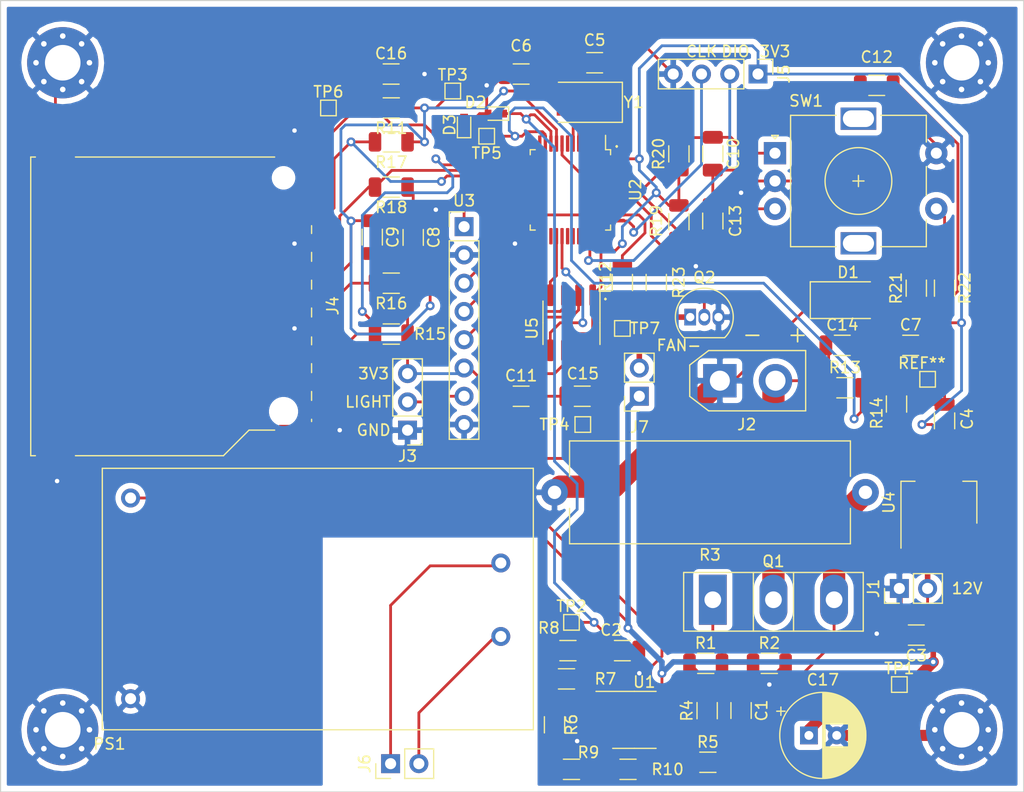
<source format=kicad_pcb>
(kicad_pcb (version 20171130) (host pcbnew "(5.1.10)-1")
  (layers (0 F.Cu signal) (31 B.Cu signal) (34 B.Paste user) (35 F.Paste user) (36 B.SilkS user) (37 F.SilkS user) (38 B.Mask user) (39 F.Mask user) (44 Edge.Cuts user))
  (net 0 "")
  (net 1 +12V)
  (net 2 GND)
  (net 3 +3V3)
  (net 4 "Net-(J3-Pad2)")
  (net 5 "Net-(J4-Pad11)")
  (net 6 "Net-(J4-Pad8)")
  (net 7 SD_MISO)
  (net 8 SD_SCK)
  (net 9 SD_MOSI)
  (net 10 SD_CS)
  (net 11 "Net-(Q1-Pad3)")
  (net 12 "Net-(Q1-Pad1)")
  (net 13 ENC_2)
  (net 14 ENC_Button)
  (net 15 "Net-(C1-Pad1)")
  (net 16 "Net-(R10-Pad1)")
  (net 17 "Net-(C1-Pad2)")
  (net 18 "Net-(R6-Pad2)")
  (net 19 DAC_OUT)
  (net 20 "Net-(R7-Pad2)")
  (net 21 "Net-(U2-Pad46)")
  (net 22 "Net-(U2-Pad45)")
  (net 23 "Net-(U2-Pad44)")
  (net 24 ENC_1)
  (net 25 "Net-(U2-Pad40)")
  (net 26 "Net-(U2-Pad39)")
  (net 27 "Net-(U2-Pad33)")
  (net 28 "Net-(U2-Pad32)")
  (net 29 "Net-(U2-Pad31)")
  (net 30 "Net-(U2-Pad30)")
  (net 31 LDAC)
  (net 32 DAC_MOSI)
  (net 33 "Net-(U2-Pad27)")
  (net 34 DAC_SCK)
  (net 35 DAC_CS)
  (net 36 "Net-(U2-Pad22)")
  (net 37 CLK_DISPLAY)
  (net 38 DIN)
  (net 39 DC)
  (net 40 RST_DISPLAY)
  (net 41 "Net-(U2-Pad12)")
  (net 42 ADC_U)
  (net 43 ADC_I)
  (net 44 "Net-(U2-Pad7)")
  (net 45 "Net-(C6-Pad1)")
  (net 46 "Net-(C5-Pad1)")
  (net 47 "Net-(U2-Pad4)")
  (net 48 "Net-(U2-Pad3)")
  (net 49 "Net-(U2-Pad2)")
  (net 50 "Net-(U2-Pad1)")
  (net 51 SWCLK)
  (net 52 SWDIO)
  (net 53 "Net-(C12-Pad1)")
  (net 54 V_in)
  (net 55 SD_detected)
  (net 56 "Net-(J6-Pad2)")
  (net 57 "Net-(J6-Pad1)")
  (net 58 "Net-(J7-Pad2)")
  (net 59 FAN)
  (net 60 "Net-(Q2-Pad2)")
  (module Hi-Link_12_5:Hi_Link_12_5 (layer F.Cu) (at 75.184 143.256)
    (fp_text reference PS1 (at 0.635 1.27) (layer F.SilkS))
    (fp_text value HLK-PM12)
    (pad 3 thru_hole circle (at 2.54 -2.794) (size 1.7 1.7) (drill 1) (layers *.Cu *.Mask) (net 2 GND))
    (pad 4 thru_hole circle (at 2.54 -20.828) (size 1.7 1.7) (drill 1) (layers *.Cu *.Mask) (net 1 +12V))
    (pad 1 thru_hole circle (at 35.814 -8.382) (size 1.7 1.7) (drill 1) (layers *.Cu *.Mask) (net 56 "Net-(J6-Pad2)"))
    (pad 2 thru_hole circle (at 35.814 -14.986) (size 1.7 1.7) (drill 1) (layers *.Cu *.Mask) (net 57 "Net-(J6-Pad1)"))
  )
  (module Resistor_SMD:R_1206_3216Metric (layer F.Cu) (at 117.0285 136.144)
    (fp_text reference R8 (at -1.7125 -2.032) (layer F.SilkS))
    (fp_text value 9.1k)
    (pad 2 smd roundrect (at 1.4625 0) (size 1.125 1.75) (layers F.Cu F.Paste F.Mask) (roundrect_rratio 0.2222213333333333) (net 43 ADC_I))
    (pad 1 smd roundrect (at -1.4625 0) (size 1.125 1.75) (layers F.Cu F.Paste F.Mask) (roundrect_rratio 0.2222213333333333) (net 20 "Net-(R7-Pad2)"))
  )
  (module Capacitor_THT:CP_Radial_D7.5mm_P2.50mm (layer F.Cu) (at 138.684 143.764)
    (fp_text reference C17 (at 1.25 -5) (layer F.SilkS))
    (fp_text value 100u)
    (pad 2 thru_hole circle (at 2.5 0) (size 1.6 1.6) (drill 0.8) (layers *.Cu *.Mask) (net 2 GND))
    (pad 1 thru_hole rect (at 0 0) (size 1.6 1.6) (drill 0.8) (layers *.Cu *.Mask) (net 1 +12V))
  )
  (module Connector_PinSocket_2.54mm:PinSocket_1x02_P2.54mm_Vertical (layer F.Cu) (at 123.444 113.284 180)
    (fp_text reference J7 (at 0 -2.77) (layer F.SilkS))
    (fp_text value Conn_01x02)
    (pad 2 thru_hole oval (at 0 2.54 180) (size 1.7 1.7) (drill 1) (layers *.Cu *.Mask) (net 58 "Net-(J7-Pad2)"))
    (pad 1 thru_hole rect (at 0 0 180) (size 1.7 1.7) (drill 1) (layers *.Cu *.Mask) (net 1 +12V))
  )
  (module Diode_SMD:D_SOD-523 (layer F.Cu) (at 107.696 88.9 90)
    (fp_text reference D3 (at 0 -1.3 90) (layer F.SilkS))
    (fp_text value DZ2S033X0L)
    (pad 1 smd rect (at -0.7 0 270) (size 0.6 0.7) (layers F.Cu F.Paste F.Mask) (net 42 ADC_U))
    (pad 2 smd rect (at 0.7 0 270) (size 0.6 0.7) (layers F.Cu F.Paste F.Mask) (net 2 GND))
  )
  (module Diode_SMD:D_SOD-523 (layer F.Cu) (at 110.552 87.884 180)
    (fp_text reference D2 (at 1.84 1.016) (layer F.SilkS))
    (fp_text value DZ2S033X0L)
    (pad 1 smd rect (at -0.7 0) (size 0.6 0.7) (layers F.Cu F.Paste F.Mask) (net 43 ADC_I))
    (pad 2 smd rect (at 0.7 0) (size 0.6 0.7) (layers F.Cu F.Paste F.Mask) (net 2 GND))
  )
  (module TestPoint:TestPoint_Pad_1.0x1.0mm (layer F.Cu) (at 121.92 107.188)
    (fp_text reference TP7 (at 2.032 0) (layer F.SilkS))
    (fp_text value TestPoint_Probe)
    (pad 1 smd rect (at 0 0) (size 1 1) (layers F.Cu F.Mask) (net 60 "Net-(Q2-Pad2)"))
  )
  (module TestPoint:TestPoint_Pad_1.0x1.0mm (layer F.Cu) (at 95.504 87.376)
    (fp_text reference TP6 (at 0 -1.448) (layer F.SilkS))
    (fp_text value TestPoint_Probe)
    (pad 1 smd rect (at 0 0) (size 1 1) (layers F.Cu F.Mask) (net 55 SD_detected))
  )
  (module TestPoint:TestPoint_Pad_1.0x1.0mm (layer F.Cu) (at 109.728 89.916)
    (fp_text reference TP5 (at 0 1.524) (layer F.SilkS))
    (fp_text value TestPoint_Probe)
    (pad 1 smd rect (at 0 0) (size 1 1) (layers F.Cu F.Mask) (net 42 ADC_U))
  )
  (module TestPoint:TestPoint_Pad_1.0x1.0mm (layer F.Cu) (at 118.364 115.824)
    (fp_text reference TP4 (at -2.54 0) (layer F.SilkS))
    (fp_text value TestPoint_Probe)
    (pad 1 smd rect (at 0 0) (size 1 1) (layers F.Cu F.Mask) (net 19 DAC_OUT))
  )
  (module TestPoint:TestPoint_Pad_1.0x1.0mm (layer F.Cu) (at 106.68 85.852)
    (fp_text reference TP3 (at 0 -1.448) (layer F.SilkS))
    (fp_text value TestPoint_Probe)
    (pad 1 smd rect (at 0 0) (size 1 1) (layers F.Cu F.Mask) (net 3 +3V3))
  )
  (module TestPoint:TestPoint_Pad_1.0x1.0mm (layer F.Cu) (at 117.348 133.604)
    (fp_text reference TP2 (at 0 -1.448) (layer F.SilkS))
    (fp_text value TestPoint_Probe)
    (pad 1 smd rect (at 0 0) (size 1 1) (layers F.Cu F.Mask) (net 43 ADC_I))
  )
  (module TestPoint:TestPoint_Pad_1.0x1.0mm (layer F.Cu) (at 146.812 139.192)
    (fp_text reference TP1 (at 0 -1.448) (layer F.SilkS))
    (fp_text value TestPoint_Probe)
    (pad 1 smd rect (at 0 0) (size 1 1) (layers F.Cu F.Mask) (net 1 +12V))
  )
  (module Package_TO_SOT_THT:TO-92_Inline (layer F.Cu) (at 128.016 106.172)
    (fp_text reference Q2 (at 1.27 -3.56) (layer F.SilkS))
    (fp_text value BS170)
    (pad 1 thru_hole rect (at 0 0) (size 1.05 1.5) (drill 0.75) (layers *.Cu *.Mask) (net 58 "Net-(J7-Pad2)"))
    (pad 3 thru_hole oval (at 2.54 0) (size 1.05 1.5) (drill 0.75) (layers *.Cu *.Mask) (net 2 GND))
    (pad 2 thru_hole oval (at 1.27 0) (size 1.05 1.5) (drill 0.75) (layers *.Cu *.Mask) (net 60 "Net-(Q2-Pad2)"))
  )
  (module Resistor_SMD:R_1206_3216Metric (layer F.Cu) (at 124.968 103.0625 90)
    (fp_text reference R23 (at 0 2.032 90) (layer F.SilkS))
    (fp_text value 10k)
    (pad 2 smd roundrect (at 1.4625 0 90) (size 1.125 1.75) (layers F.Cu F.Paste F.Mask) (roundrect_rratio 0.2222213333333333) (net 2 GND))
    (pad 1 smd roundrect (at -1.4625 0 90) (size 1.125 1.75) (layers F.Cu F.Paste F.Mask) (roundrect_rratio 0.2222213333333333) (net 60 "Net-(Q2-Pad2)"))
  )
  (module Resistor_SMD:R_1206_3216Metric (layer F.Cu) (at 121.92 103.0625 90)
    (fp_text reference R12 (at 0.4465 -1.524 90) (layer F.SilkS))
    (fp_text value 200)
    (pad 2 smd roundrect (at 1.4625 0 90) (size 1.125 1.75) (layers F.Cu F.Paste F.Mask) (roundrect_rratio 0.2222213333333333) (net 59 FAN))
    (pad 1 smd roundrect (at -1.4625 0 90) (size 1.125 1.75) (layers F.Cu F.Paste F.Mask) (roundrect_rratio 0.2222213333333333) (net 60 "Net-(Q2-Pad2)"))
  )
  (module Connector_PinHeader_2.54mm:PinHeader_1x02_P2.54mm_Vertical (layer F.Cu) (at 101.092 146.304 90)
    (fp_text reference J6 (at 0 -2.33 90) (layer F.SilkS))
    (fp_text value Conn_01x02)
    (pad 2 thru_hole oval (at 0 2.54 90) (size 1.7 1.7) (drill 1) (layers *.Cu *.Mask) (net 56 "Net-(J6-Pad2)"))
    (pad 1 thru_hole rect (at 0 0 90) (size 1.7 1.7) (drill 1) (layers *.Cu *.Mask) (net 57 "Net-(J6-Pad1)"))
  )
  (module MountingHole:MountingHole_3.2mm_M3_Pad_Via (layer F.Cu) (at 152.4 83.312)
    (fp_text reference H2 hide)
    (fp_text value MountingHole_Pad)
    (pad 1 thru_hole circle (at 1.697056 -1.697056) (size 0.8 0.8) (drill 0.5) (layers *.Cu *.Mask) (net 2 GND))
    (pad 1 thru_hole circle (at 0 -2.4) (size 0.8 0.8) (drill 0.5) (layers *.Cu *.Mask) (net 2 GND))
    (pad 1 thru_hole circle (at -1.697056 -1.697056) (size 0.8 0.8) (drill 0.5) (layers *.Cu *.Mask) (net 2 GND))
    (pad 1 thru_hole circle (at -2.4 0) (size 0.8 0.8) (drill 0.5) (layers *.Cu *.Mask) (net 2 GND))
    (pad 1 thru_hole circle (at -1.697056 1.697056) (size 0.8 0.8) (drill 0.5) (layers *.Cu *.Mask) (net 2 GND))
    (pad 1 thru_hole circle (at 0 2.4) (size 0.8 0.8) (drill 0.5) (layers *.Cu *.Mask) (net 2 GND))
    (pad 1 thru_hole circle (at 1.697056 1.697056) (size 0.8 0.8) (drill 0.5) (layers *.Cu *.Mask) (net 2 GND))
    (pad 1 thru_hole circle (at 2.4 0) (size 0.8 0.8) (drill 0.5) (layers *.Cu *.Mask) (net 2 GND))
    (pad 1 thru_hole circle (at 0 0) (size 6.4 6.4) (drill 3.2) (layers *.Cu *.Mask) (net 2 GND))
  )
  (module Capacitor_SMD:C_1206_3216Metric (layer F.Cu) (at 148.336 134.747 180)
    (fp_text reference C3 (at 0 -1.85) (layer F.SilkS))
    (fp_text value 100n)
    (pad 2 smd roundrect (at 1.475 0 180) (size 1.15 1.8) (layers F.Cu F.Paste F.Mask) (roundrect_rratio 0.2173904347826087) (net 2 GND))
    (pad 1 smd roundrect (at -1.475 0 180) (size 1.15 1.8) (layers F.Cu F.Paste F.Mask) (roundrect_rratio 0.2173904347826087) (net 1 +12V))
  )
  (module Connector_Card:SD_TE_2041021 (layer F.Cu) (at 82.296 105.156 270)
    (fp_text reference J4 (at 0 -13.6 90) (layer F.SilkS))
    (fp_text value SD_Card)
    (pad 12 smd rect (at -13.65 -10.175 270) (size 1.5 2.8) (layers F.Cu F.Paste F.Mask) (net 2 GND))
    (pad 12 smd rect (at -13.65 11.325 270) (size 1.5 2.8) (layers F.Cu F.Paste F.Mask) (net 2 GND))
    (pad 12 smd rect (at 13.65 11.325 270) (size 1.5 2.8) (layers F.Cu F.Paste F.Mask) (net 2 GND))
    (pad 12 smd rect (at 11.45 -10.175 270) (size 1.5 2.8) (layers F.Cu F.Paste F.Mask) (net 2 GND))
    (pad "" np_thru_hole circle (at -11.5 -9.175 270) (size 1.1 1.1) (drill 1.1) (layers *.Cu *.Mask))
    (pad "" np_thru_hole circle (at 9.5 -9.175 270) (size 1.6 1.6) (drill 1.6) (layers *.Cu *.Mask))
    (pad 11 smd rect (at -12.255 -11.975 270) (size 0.7 1.5) (layers F.Cu F.Paste F.Mask) (net 5 "Net-(J4-Pad11)"))
    (pad 10 smd rect (at -11.055 -11.975 270) (size 0.7 1.5) (layers F.Cu F.Paste F.Mask) (net 55 SD_detected))
    (pad 9 smd rect (at 9.375 -11.975 270) (size 1 1.5) (layers F.Cu F.Paste F.Mask) (net 10 SD_CS))
    (pad 8 smd rect (at -9.755 -11.975 270) (size 1 1.5) (layers F.Cu F.Paste F.Mask) (net 6 "Net-(J4-Pad8)"))
    (pad 7 smd rect (at -8.055 -11.975 270) (size 1 1.5) (layers F.Cu F.Paste F.Mask) (net 7 SD_MISO))
    (pad 6 smd rect (at -5.625 -11.975 270) (size 1 1.5) (layers F.Cu F.Paste F.Mask) (net 2 GND))
    (pad 5 smd rect (at -3.125 -11.975 270) (size 1 1.5) (layers F.Cu F.Paste F.Mask) (net 8 SD_SCK))
    (pad 4 smd rect (at -0.625 -11.975 270) (size 1 1.5) (layers F.Cu F.Paste F.Mask) (net 3 +3V3))
    (pad 3 smd rect (at 1.875 -11.975 270) (size 1 1.5) (layers F.Cu F.Paste F.Mask) (net 2 GND))
    (pad 2 smd rect (at 4.375 -11.975 270) (size 1 1.5) (layers F.Cu F.Paste F.Mask) (net 9 SD_MOSI))
    (pad 1 smd rect (at 6.875 -11.975 270) (size 1 1.5) (layers F.Cu F.Paste F.Mask) (net 10 SD_CS))
  )
  (module Capacitor_SMD:C_1206_3216Metric (layer F.Cu) (at 119.429 83.312 180)
    (fp_text reference C5 (at 0 2.032) (layer F.SilkS))
    (fp_text value 12p)
    (pad 2 smd roundrect (at 1.475 0 180) (size 1.15 1.8) (layers F.Cu F.Paste F.Mask) (roundrect_rratio 0.2173904347826087) (net 2 GND))
    (pad 1 smd roundrect (at -1.475 0 180) (size 1.15 1.8) (layers F.Cu F.Paste F.Mask) (roundrect_rratio 0.2173904347826087) (net 46 "Net-(C5-Pad1)"))
  )
  (module TestPoint:TestPoint_Pad_1.0x1.0mm (layer F.Cu) (at 149.352 111.76)
    (fp_text reference REF** (at -0.508 -1.448) (layer F.SilkS))
    (fp_text value TestPoint_Pad_1.0x1.0mm)
    (pad 1 smd rect (at 0 0) (size 1 1) (layers F.Cu F.Mask))
  )
  (module Connector_PinHeader_2.54mm:PinHeader_1x08_P2.54mm_Vertical (layer F.Cu) (at 107.696 98.044)
    (fp_text reference U3 (at 0 -2.33) (layer F.SilkS))
    (fp_text value Nokia_5110_LCD)
    (pad 8 thru_hole oval (at 0 17.78) (size 1.7 1.7) (drill 1) (layers *.Cu *.Mask) (net 2 GND))
    (pad 7 thru_hole oval (at 0 15.24) (size 1.7 1.7) (drill 1) (layers *.Cu *.Mask) (net 4 "Net-(J3-Pad2)"))
    (pad 6 thru_hole oval (at 0 12.7) (size 1.7 1.7) (drill 1) (layers *.Cu *.Mask) (net 3 +3V3))
    (pad 5 thru_hole oval (at 0 10.16) (size 1.7 1.7) (drill 1) (layers *.Cu *.Mask) (net 37 CLK_DISPLAY))
    (pad 4 thru_hole oval (at 0 7.62) (size 1.7 1.7) (drill 1) (layers *.Cu *.Mask) (net 38 DIN))
    (pad 3 thru_hole oval (at 0 5.08) (size 1.7 1.7) (drill 1) (layers *.Cu *.Mask) (net 39 DC))
    (pad 2 thru_hole oval (at 0 2.54) (size 1.7 1.7) (drill 1) (layers *.Cu *.Mask) (net 2 GND))
    (pad 1 thru_hole rect (at 0 0) (size 1.7 1.7) (drill 1) (layers *.Cu *.Mask) (net 40 RST_DISPLAY))
  )
  (module Diode_SMD:D_SMA (layer F.Cu) (at 142.208 104.648)
    (fp_text reference D1 (at 0 -2.5) (layer F.SilkS))
    (fp_text value DIODE)
    (pad 2 smd rect (at 2 0) (size 2.5 1.8) (layers F.Cu F.Paste F.Mask) (net 54 V_in))
    (pad 1 smd rect (at -2 0) (size 2.5 1.8) (layers F.Cu F.Paste F.Mask) (net 2 GND))
  )
  (module Connector_AMASS:AMASS_XT30UPB-F_1x02_P5.0mm_Vertical (layer F.Cu) (at 130.683 111.887)
    (fp_text reference J2 (at 2.413 3.937) (layer F.SilkS))
    (fp_text value Conn_01x02)
    (fp_text user - (at 2.921 -4.191) (layer F.SilkS) (effects (font (size 1.5 1.5))))
    (fp_text user + (at 6.985 -4.191) (layer F.SilkS) (effects (font (size 1.5 1.5))))
    (pad 2 thru_hole circle (at 5 0) (size 3 3) (drill 1.8) (layers *.Cu *.Mask) (net 54 V_in))
    (pad 1 thru_hole rect (at 0 0) (size 3 3) (drill 1.8) (layers *.Cu *.Mask) (net 2 GND))
  )
  (module Crystal:Crystal_SMD_5032-2Pin_5.0x3.2mm (layer F.Cu) (at 118.872 86.868 180)
    (fp_text reference Y1 (at -4.064 0) (layer F.SilkS))
    (fp_text value Crystal)
    (pad 2 smd rect (at 1.85 0 180) (size 2 2.4) (layers F.Cu F.Paste F.Mask) (net 45 "Net-(C6-Pad1)"))
    (pad 1 smd rect (at -1.85 0 180) (size 2 2.4) (layers F.Cu F.Paste F.Mask) (net 46 "Net-(C5-Pad1)"))
  )
  (module Package_SO:SOIC-8_3.9x4.9mm_P1.27mm (layer F.Cu) (at 117.348 106.68 270)
    (fp_text reference U5 (at 0.508 3.556 90) (layer F.SilkS))
    (fp_text value MCP4921-EMC)
    (pad 8 smd roundrect (at 2.475 -1.905 270) (size 1.95 0.6) (layers F.Cu F.Paste F.Mask) (net 19 DAC_OUT))
    (pad 7 smd roundrect (at 2.475 -0.635 270) (size 1.95 0.6) (layers F.Cu F.Paste F.Mask) (net 2 GND))
    (pad 6 smd roundrect (at 2.475 0.635 270) (size 1.95 0.6) (layers F.Cu F.Paste F.Mask) (net 3 +3V3))
    (pad 5 smd roundrect (at 2.475 1.905 270) (size 1.95 0.6) (layers F.Cu F.Paste F.Mask) (net 31 LDAC))
    (pad 4 smd roundrect (at -2.475 1.905 270) (size 1.95 0.6) (layers F.Cu F.Paste F.Mask) (net 32 DAC_MOSI))
    (pad 3 smd roundrect (at -2.475 0.635 270) (size 1.95 0.6) (layers F.Cu F.Paste F.Mask) (net 34 DAC_SCK))
    (pad 2 smd roundrect (at -2.475 -0.635 270) (size 1.95 0.6) (layers F.Cu F.Paste F.Mask) (net 35 DAC_CS))
    (pad 1 smd roundrect (at -2.475 -1.905 270) (size 1.95 0.6) (layers F.Cu F.Paste F.Mask) (net 3 +3V3))
  )
  (module Package_TO_SOT_SMD:SOT-223-3_TabPin2 (layer F.Cu) (at 150.368 122.834 90)
    (fp_text reference U4 (at 0 -4.5 90) (layer F.SilkS))
    (fp_text value AMS1117-3.3)
    (pad 1 smd rect (at -3.15 -2.3 90) (size 2 1.5) (layers F.Cu F.Paste F.Mask) (net 2 GND))
    (pad 3 smd rect (at -3.15 2.3 90) (size 2 1.5) (layers F.Cu F.Paste F.Mask) (net 1 +12V))
    (pad 2 smd rect (at -3.15 0 90) (size 2 1.5) (layers F.Cu F.Paste F.Mask) (net 3 +3V3))
    (pad 2 smd rect (at 3.15 0 90) (size 2 3.8) (layers F.Cu F.Paste F.Mask) (net 3 +3V3))
  )
  (module Package_QFP:LQFP-48_7x7mm_P0.5mm (layer F.Cu) (at 117.2495 94.738 270)
    (fp_text reference U2 (at 0 -5.85 90) (layer F.SilkS))
    (fp_text value STM32F103C8Tx)
    (pad 48 smd roundrect (at -2.75 -4.1625 270) (size 0.3 1.475) (layers F.Cu F.Paste F.Mask) (net 3 +3V3))
    (pad 47 smd roundrect (at -2.25 -4.1625 270) (size 0.3 1.475) (layers F.Cu F.Paste F.Mask) (net 2 GND))
    (pad 46 smd roundrect (at -1.75 -4.1625 270) (size 0.3 1.475) (layers F.Cu F.Paste F.Mask) (net 21 "Net-(U2-Pad46)"))
    (pad 45 smd roundrect (at -1.25 -4.1625 270) (size 0.3 1.475) (layers F.Cu F.Paste F.Mask) (net 22 "Net-(U2-Pad45)"))
    (pad 44 smd roundrect (at -0.75 -4.1625 270) (size 0.3 1.475) (layers F.Cu F.Paste F.Mask) (net 23 "Net-(U2-Pad44)"))
    (pad 43 smd roundrect (at -0.25 -4.1625 270) (size 0.3 1.475) (layers F.Cu F.Paste F.Mask) (net 24 ENC_1))
    (pad 42 smd roundrect (at 0.25 -4.1625 270) (size 0.3 1.475) (layers F.Cu F.Paste F.Mask) (net 13 ENC_2))
    (pad 41 smd roundrect (at 0.75 -4.1625 270) (size 0.3 1.475) (layers F.Cu F.Paste F.Mask) (net 14 ENC_Button))
    (pad 40 smd roundrect (at 1.25 -4.1625 270) (size 0.3 1.475) (layers F.Cu F.Paste F.Mask) (net 25 "Net-(U2-Pad40)"))
    (pad 39 smd roundrect (at 1.75 -4.1625 270) (size 0.3 1.475) (layers F.Cu F.Paste F.Mask) (net 26 "Net-(U2-Pad39)"))
    (pad 38 smd roundrect (at 2.25 -4.1625 270) (size 0.3 1.475) (layers F.Cu F.Paste F.Mask) (net 59 FAN))
    (pad 37 smd roundrect (at 2.75 -4.1625 270) (size 0.3 1.475) (layers F.Cu F.Paste F.Mask) (net 51 SWCLK))
    (pad 36 smd roundrect (at 4.1625 -2.75 270) (size 1.475 0.3) (layers F.Cu F.Paste F.Mask) (net 3 +3V3))
    (pad 35 smd roundrect (at 4.1625 -2.25 270) (size 1.475 0.3) (layers F.Cu F.Paste F.Mask) (net 2 GND))
    (pad 34 smd roundrect (at 4.1625 -1.75 270) (size 1.475 0.3) (layers F.Cu F.Paste F.Mask) (net 52 SWDIO))
    (pad 33 smd roundrect (at 4.1625 -1.25 270) (size 1.475 0.3) (layers F.Cu F.Paste F.Mask) (net 27 "Net-(U2-Pad33)"))
    (pad 32 smd roundrect (at 4.1625 -0.75 270) (size 1.475 0.3) (layers F.Cu F.Paste F.Mask) (net 28 "Net-(U2-Pad32)"))
    (pad 31 smd roundrect (at 4.1625 -0.25 270) (size 1.475 0.3) (layers F.Cu F.Paste F.Mask) (net 29 "Net-(U2-Pad31)"))
    (pad 30 smd roundrect (at 4.1625 0.25 270) (size 1.475 0.3) (layers F.Cu F.Paste F.Mask) (net 30 "Net-(U2-Pad30)"))
    (pad 29 smd roundrect (at 4.1625 0.75 270) (size 1.475 0.3) (layers F.Cu F.Paste F.Mask) (net 31 LDAC))
    (pad 28 smd roundrect (at 4.1625 1.25 270) (size 1.475 0.3) (layers F.Cu F.Paste F.Mask) (net 32 DAC_MOSI))
    (pad 27 smd roundrect (at 4.1625 1.75 270) (size 1.475 0.3) (layers F.Cu F.Paste F.Mask) (net 33 "Net-(U2-Pad27)"))
    (pad 26 smd roundrect (at 4.1625 2.25 270) (size 1.475 0.3) (layers F.Cu F.Paste F.Mask) (net 34 DAC_SCK))
    (pad 25 smd roundrect (at 4.1625 2.75 270) (size 1.475 0.3) (layers F.Cu F.Paste F.Mask) (net 35 DAC_CS))
    (pad 24 smd roundrect (at 2.75 4.1625 270) (size 0.3 1.475) (layers F.Cu F.Paste F.Mask) (net 3 +3V3))
    (pad 23 smd roundrect (at 2.25 4.1625 270) (size 0.3 1.475) (layers F.Cu F.Paste F.Mask) (net 2 GND))
    (pad 22 smd roundrect (at 1.75 4.1625 270) (size 0.3 1.475) (layers F.Cu F.Paste F.Mask) (net 36 "Net-(U2-Pad22)"))
    (pad 21 smd roundrect (at 1.25 4.1625 270) (size 0.3 1.475) (layers F.Cu F.Paste F.Mask) (net 37 CLK_DISPLAY))
    (pad 20 smd roundrect (at 0.75 4.1625 270) (size 0.3 1.475) (layers F.Cu F.Paste F.Mask) (net 38 DIN))
    (pad 19 smd roundrect (at 0.25 4.1625 270) (size 0.3 1.475) (layers F.Cu F.Paste F.Mask) (net 39 DC))
    (pad 18 smd roundrect (at -0.25 4.1625 270) (size 0.3 1.475) (layers F.Cu F.Paste F.Mask) (net 40 RST_DISPLAY))
    (pad 17 smd roundrect (at -0.75 4.1625 270) (size 0.3 1.475) (layers F.Cu F.Paste F.Mask) (net 9 SD_MOSI))
    (pad 16 smd roundrect (at -1.25 4.1625 270) (size 0.3 1.475) (layers F.Cu F.Paste F.Mask) (net 7 SD_MISO))
    (pad 15 smd roundrect (at -1.75 4.1625 270) (size 0.3 1.475) (layers F.Cu F.Paste F.Mask) (net 8 SD_SCK))
    (pad 14 smd roundrect (at -2.25 4.1625 270) (size 0.3 1.475) (layers F.Cu F.Paste F.Mask) (net 10 SD_CS))
    (pad 13 smd roundrect (at -2.75 4.1625 270) (size 0.3 1.475) (layers F.Cu F.Paste F.Mask) (net 55 SD_detected))
    (pad 12 smd roundrect (at -4.1625 2.75 270) (size 1.475 0.3) (layers F.Cu F.Paste F.Mask) (net 41 "Net-(U2-Pad12)"))
    (pad 11 smd roundrect (at -4.1625 2.25 270) (size 1.475 0.3) (layers F.Cu F.Paste F.Mask) (net 42 ADC_U))
    (pad 10 smd roundrect (at -4.1625 1.75 270) (size 1.475 0.3) (layers F.Cu F.Paste F.Mask) (net 43 ADC_I))
    (pad 9 smd roundrect (at -4.1625 1.25 270) (size 1.475 0.3) (layers F.Cu F.Paste F.Mask) (net 3 +3V3))
    (pad 8 smd roundrect (at -4.1625 0.75 270) (size 1.475 0.3) (layers F.Cu F.Paste F.Mask) (net 2 GND))
    (pad 7 smd roundrect (at -4.1625 0.25 270) (size 1.475 0.3) (layers F.Cu F.Paste F.Mask) (net 44 "Net-(U2-Pad7)"))
    (pad 6 smd roundrect (at -4.1625 -0.25 270) (size 1.475 0.3) (layers F.Cu F.Paste F.Mask) (net 45 "Net-(C6-Pad1)"))
    (pad 5 smd roundrect (at -4.1625 -0.75 270) (size 1.475 0.3) (layers F.Cu F.Paste F.Mask) (net 46 "Net-(C5-Pad1)"))
    (pad 4 smd roundrect (at -4.1625 -1.25 270) (size 1.475 0.3) (layers F.Cu F.Paste F.Mask) (net 47 "Net-(U2-Pad4)"))
    (pad 3 smd roundrect (at -4.1625 -1.75 270) (size 1.475 0.3) (layers F.Cu F.Paste F.Mask) (net 48 "Net-(U2-Pad3)"))
    (pad 2 smd roundrect (at -4.1625 -2.25 270) (size 1.475 0.3) (layers F.Cu F.Paste F.Mask) (net 49 "Net-(U2-Pad2)"))
    (pad 1 smd roundrect (at -4.1625 -2.75 270) (size 1.475 0.3) (layers F.Cu F.Paste F.Mask) (net 50 "Net-(U2-Pad1)"))
  )
  (module Package_SO:SOIC-8_3.9x4.9mm_P1.27mm (layer F.Cu) (at 123.001 142.367)
    (fp_text reference U1 (at 0.889 -3.4) (layer F.SilkS))
    (fp_text value LM358N_NOPB)
    (pad 8 smd roundrect (at 2.475 -1.905) (size 1.95 0.6) (layers F.Cu F.Paste F.Mask) (net 1 +12V))
    (pad 7 smd roundrect (at 2.475 -0.635) (size 1.95 0.6) (layers F.Cu F.Paste F.Mask) (net 15 "Net-(C1-Pad1)"))
    (pad 6 smd roundrect (at 2.475 0.635) (size 1.95 0.6) (layers F.Cu F.Paste F.Mask) (net 17 "Net-(C1-Pad2)"))
    (pad 5 smd roundrect (at 2.475 1.905) (size 1.95 0.6) (layers F.Cu F.Paste F.Mask) (net 19 DAC_OUT))
    (pad 4 smd roundrect (at -2.475 1.905) (size 1.95 0.6) (layers F.Cu F.Paste F.Mask) (net 2 GND))
    (pad 3 smd roundrect (at -2.475 0.635) (size 1.95 0.6) (layers F.Cu F.Paste F.Mask) (net 16 "Net-(R10-Pad1)"))
    (pad 2 smd roundrect (at -2.475 -0.635) (size 1.95 0.6) (layers F.Cu F.Paste F.Mask) (net 18 "Net-(R6-Pad2)"))
    (pad 1 smd roundrect (at -2.475 -1.905) (size 1.95 0.6) (layers F.Cu F.Paste F.Mask) (net 20 "Net-(R7-Pad2)"))
  )
  (module Rotary_Encoder:RotaryEncoder_Alps_EC11E-Switch_Vertical_H20mm (layer F.Cu) (at 135.636 91.44)
    (fp_text reference SW1 (at 2.8 -4.7) (layer F.SilkS))
    (fp_text value Rotary_Encoder_Switch)
    (pad A thru_hole rect (at 0 0) (size 2 2) (drill 1) (layers *.Cu *.Mask) (net 24 ENC_1))
    (pad C thru_hole circle (at 0 2.5) (size 2 2) (drill 1) (layers *.Cu *.Mask) (net 2 GND))
    (pad B thru_hole circle (at 0 5) (size 2 2) (drill 1) (layers *.Cu *.Mask) (net 13 ENC_2))
    (pad MP thru_hole rect (at 7.5 -3.1) (size 3.2 2) (drill oval 2.8 1.5) (layers *.Cu *.Mask))
    (pad MP thru_hole rect (at 7.5 8.1) (size 3.2 2) (drill oval 2.8 1.5) (layers *.Cu *.Mask))
    (pad S2 thru_hole circle (at 14.5 0) (size 2 2) (drill 1) (layers *.Cu *.Mask) (net 2 GND))
    (pad S1 thru_hole circle (at 14.5 5) (size 2 2) (drill 1) (layers *.Cu *.Mask) (net 14 ENC_Button))
  )
  (module Resistor_SMD:R_1206_3216Metric (layer F.Cu) (at 150.876 103.5705 270)
    (fp_text reference R22 (at 0 -1.82 90) (layer F.SilkS))
    (fp_text value 200)
    (pad 2 smd roundrect (at 1.4625 0 270) (size 1.125 1.75) (layers F.Cu F.Paste F.Mask) (roundrect_rratio 0.2222213333333333) (net 53 "Net-(C12-Pad1)"))
    (pad 1 smd roundrect (at -1.4625 0 270) (size 1.125 1.75) (layers F.Cu F.Paste F.Mask) (roundrect_rratio 0.2222213333333333) (net 14 ENC_Button))
  )
  (module Resistor_SMD:R_1206_3216Metric (layer F.Cu) (at 148.336 103.5705 90)
    (fp_text reference R21 (at 0 -1.82 90) (layer F.SilkS))
    (fp_text value 10k)
    (pad 2 smd roundrect (at 1.4625 0 90) (size 1.125 1.75) (layers F.Cu F.Paste F.Mask) (roundrect_rratio 0.2222213333333333) (net 14 ENC_Button))
    (pad 1 smd roundrect (at -1.4625 0 90) (size 1.125 1.75) (layers F.Cu F.Paste F.Mask) (roundrect_rratio 0.2222213333333333) (net 3 +3V3))
  )
  (module Resistor_SMD:R_1206_3216Metric (layer F.Cu) (at 127 91.5015 90)
    (fp_text reference R20 (at 0 -1.82 90) (layer F.SilkS))
    (fp_text value 10k)
    (pad 2 smd roundrect (at 1.4625 0 90) (size 1.125 1.75) (layers F.Cu F.Paste F.Mask) (roundrect_rratio 0.2222213333333333) (net 24 ENC_1))
    (pad 1 smd roundrect (at -1.4625 0 90) (size 1.125 1.75) (layers F.Cu F.Paste F.Mask) (roundrect_rratio 0.2222213333333333) (net 3 +3V3))
  )
  (module Resistor_SMD:R_1206_3216Metric (layer F.Cu) (at 127 97.5975 270)
    (fp_text reference R19 (at -0.0615 2.032 90) (layer F.SilkS))
    (fp_text value 10k)
    (pad 2 smd roundrect (at 1.4625 0 270) (size 1.125 1.75) (layers F.Cu F.Paste F.Mask) (roundrect_rratio 0.2222213333333333) (net 13 ENC_2))
    (pad 1 smd roundrect (at -1.4625 0 270) (size 1.125 1.75) (layers F.Cu F.Paste F.Mask) (roundrect_rratio 0.2222213333333333) (net 3 +3V3))
  )
  (module Resistor_SMD:R_1206_3216Metric (layer F.Cu) (at 101.1535 94.488 180)
    (fp_text reference R18 (at 0 -1.82) (layer F.SilkS))
    (fp_text value 10k)
    (pad 2 smd roundrect (at 1.4625 0 180) (size 1.125 1.75) (layers F.Cu F.Paste F.Mask) (roundrect_rratio 0.2222213333333333) (net 8 SD_SCK))
    (pad 1 smd roundrect (at -1.4625 0 180) (size 1.125 1.75) (layers F.Cu F.Paste F.Mask) (roundrect_rratio 0.2222213333333333) (net 3 +3V3))
  )
  (module Resistor_SMD:R_1206_3216Metric (layer F.Cu) (at 101.1535 90.424 180)
    (fp_text reference R17 (at 0 -1.82) (layer F.SilkS))
    (fp_text value 10k)
    (pad 2 smd roundrect (at 1.4625 0 180) (size 1.125 1.75) (layers F.Cu F.Paste F.Mask) (roundrect_rratio 0.2222213333333333) (net 7 SD_MISO))
    (pad 1 smd roundrect (at -1.4625 0 180) (size 1.125 1.75) (layers F.Cu F.Paste F.Mask) (roundrect_rratio 0.2222213333333333) (net 3 +3V3))
  )
  (module Resistor_SMD:R_1206_3216Metric (layer F.Cu) (at 101.1535 103.124 180)
    (fp_text reference R16 (at 0 -1.82) (layer F.SilkS))
    (fp_text value 10k)
    (pad 2 smd roundrect (at 1.4625 0 180) (size 1.125 1.75) (layers F.Cu F.Paste F.Mask) (roundrect_rratio 0.2222213333333333) (net 9 SD_MOSI))
    (pad 1 smd roundrect (at -1.4625 0 180) (size 1.125 1.75) (layers F.Cu F.Paste F.Mask) (roundrect_rratio 0.2222213333333333) (net 3 +3V3))
  )
  (module Resistor_SMD:R_1206_3216Metric (layer F.Cu) (at 101.1535 107.696 180)
    (fp_text reference R15 (at -3.4945 0) (layer F.SilkS))
    (fp_text value 10k)
    (pad 2 smd roundrect (at 1.4625 0 180) (size 1.125 1.75) (layers F.Cu F.Paste F.Mask) (roundrect_rratio 0.2222213333333333) (net 10 SD_CS))
    (pad 1 smd roundrect (at -1.4625 0 180) (size 1.125 1.75) (layers F.Cu F.Paste F.Mask) (roundrect_rratio 0.2222213333333333) (net 3 +3V3))
  )
  (module Resistor_SMD:R_1206_3216Metric (layer F.Cu) (at 146.558 113.9845 270)
    (fp_text reference R14 (at 0.8235 1.778 90) (layer F.SilkS))
    (fp_text value 1k)
    (pad 2 smd roundrect (at 1.4625 0 270) (size 1.125 1.75) (layers F.Cu F.Paste F.Mask) (roundrect_rratio 0.2222213333333333) (net 2 GND))
    (pad 1 smd roundrect (at -1.4625 0 270) (size 1.125 1.75) (layers F.Cu F.Paste F.Mask) (roundrect_rratio 0.2222213333333333) (net 42 ADC_U))
  )
  (module Resistor_SMD:R_1206_3216Metric (layer F.Cu) (at 141.9205 112.522)
    (fp_text reference R13 (at 0 -1.82) (layer F.SilkS))
    (fp_text value 5.6k)
    (pad 2 smd roundrect (at 1.4625 0) (size 1.125 1.75) (layers F.Cu F.Paste F.Mask) (roundrect_rratio 0.2222213333333333) (net 42 ADC_U))
    (pad 1 smd roundrect (at -1.4625 0) (size 1.125 1.75) (layers F.Cu F.Paste F.Mask) (roundrect_rratio 0.2222213333333333) (net 54 V_in))
  )
  (module Resistor_SMD:R_1206_3216Metric (layer F.Cu) (at 101.1535 87.376 180)
    (fp_text reference R11 (at 0 -1.82) (layer F.SilkS))
    (fp_text value 10k)
    (pad 2 smd roundrect (at 1.4625 0 180) (size 1.125 1.75) (layers F.Cu F.Paste F.Mask) (roundrect_rratio 0.2222213333333333) (net 55 SD_detected))
    (pad 1 smd roundrect (at -1.4625 0 180) (size 1.125 1.75) (layers F.Cu F.Paste F.Mask) (roundrect_rratio 0.2222213333333333) (net 3 +3V3))
  )
  (module Resistor_SMD:R_1206_3216Metric (layer F.Cu) (at 122.428 146.812)
    (fp_text reference R10 (at 3.556 0) (layer F.SilkS))
    (fp_text value 1k)
    (pad 2 smd roundrect (at 1.4625 0) (size 1.125 1.75) (layers F.Cu F.Paste F.Mask) (roundrect_rratio 0.2222213333333333) (net 11 "Net-(Q1-Pad3)"))
    (pad 1 smd roundrect (at -1.4625 0) (size 1.125 1.75) (layers F.Cu F.Paste F.Mask) (roundrect_rratio 0.2222213333333333) (net 16 "Net-(R10-Pad1)"))
  )
  (module Resistor_SMD:R_1206_3216Metric (layer F.Cu) (at 117.348 146.812)
    (fp_text reference R9 (at 1.524 -1.524) (layer F.SilkS))
    (fp_text value 10k)
    (pad 2 smd roundrect (at 1.4625 0) (size 1.125 1.75) (layers F.Cu F.Paste F.Mask) (roundrect_rratio 0.2222213333333333) (net 16 "Net-(R10-Pad1)"))
    (pad 1 smd roundrect (at -1.4625 0) (size 1.125 1.75) (layers F.Cu F.Paste F.Mask) (roundrect_rratio 0.2222213333333333) (net 2 GND))
  )
  (module Resistor_SMD:R_1206_3216Metric (layer F.Cu) (at 116.9015 138.684)
    (fp_text reference R7 (at 3.4945 0) (layer F.SilkS))
    (fp_text value 10k)
    (pad 2 smd roundrect (at 1.4625 0) (size 1.125 1.75) (layers F.Cu F.Paste F.Mask) (roundrect_rratio 0.2222213333333333) (net 20 "Net-(R7-Pad2)"))
    (pad 1 smd roundrect (at -1.4625 0) (size 1.125 1.75) (layers F.Cu F.Paste F.Mask) (roundrect_rratio 0.2222213333333333) (net 18 "Net-(R6-Pad2)"))
  )
  (module Resistor_SMD:R_1206_3216Metric (layer F.Cu) (at 115.824 142.8095 90)
    (fp_text reference R6 (at 0 1.524 90) (layer F.SilkS))
    (fp_text value 1k)
    (pad 2 smd roundrect (at 1.4625 0 90) (size 1.125 1.75) (layers F.Cu F.Paste F.Mask) (roundrect_rratio 0.2222213333333333) (net 18 "Net-(R6-Pad2)"))
    (pad 1 smd roundrect (at -1.4625 0 90) (size 1.125 1.75) (layers F.Cu F.Paste F.Mask) (roundrect_rratio 0.2222213333333333) (net 2 GND))
  )
  (module Resistor_SMD:R_1206_3216Metric (layer F.Cu) (at 129.6055 146.177)
    (fp_text reference R5 (at 0 -1.82) (layer F.SilkS))
    (fp_text value 1k)
    (pad 2 smd roundrect (at 1.4625 0) (size 1.125 1.75) (layers F.Cu F.Paste F.Mask) (roundrect_rratio 0.2222213333333333) (net 11 "Net-(Q1-Pad3)"))
    (pad 1 smd roundrect (at -1.4625 0) (size 1.125 1.75) (layers F.Cu F.Paste F.Mask) (roundrect_rratio 0.2222213333333333) (net 17 "Net-(C1-Pad2)"))
  )
  (module Resistor_SMD:R_1206_3216Metric (layer F.Cu) (at 129.54 141.5395 90)
    (fp_text reference R4 (at 0 -1.82 90) (layer F.SilkS))
    (fp_text value 100k)
    (pad 2 smd roundrect (at 1.4625 0 90) (size 1.125 1.75) (layers F.Cu F.Paste F.Mask) (roundrect_rratio 0.2222213333333333) (net 15 "Net-(C1-Pad1)"))
    (pad 1 smd roundrect (at -1.4625 0 90) (size 1.125 1.75) (layers F.Cu F.Paste F.Mask) (roundrect_rratio 0.2222213333333333) (net 17 "Net-(C1-Pad2)"))
  )
  (module Resistor_THT:R_Axial_Power_L25.0mm_W9.0mm_P27.94mm (layer F.Cu) (at 143.764 121.92 180)
    (fp_text reference R3 (at 13.97 -5.62) (layer F.SilkS))
    (fp_text value 0.1)
    (pad 2 thru_hole oval (at 27.94 0 180) (size 2.4 2.4) (drill 1.2) (layers *.Cu *.Mask) (net 2 GND))
    (pad 1 thru_hole circle (at 0 0 180) (size 2.4 2.4) (drill 1.2) (layers *.Cu *.Mask) (net 11 "Net-(Q1-Pad3)"))
  )
  (module Resistor_SMD:R_1206_3216Metric (layer F.Cu) (at 135.128 137.287)
    (fp_text reference R2 (at 0 -1.82) (layer F.SilkS))
    (fp_text value 4.3k)
    (pad 2 smd roundrect (at 1.4625 0) (size 1.125 1.75) (layers F.Cu F.Paste F.Mask) (roundrect_rratio 0.2222213333333333) (net 2 GND))
    (pad 1 smd roundrect (at -1.4625 0) (size 1.125 1.75) (layers F.Cu F.Paste F.Mask) (roundrect_rratio 0.2222213333333333) (net 12 "Net-(Q1-Pad1)"))
  )
  (module Resistor_SMD:R_1206_3216Metric (layer F.Cu) (at 129.413 137.287)
    (fp_text reference R1 (at 0 -1.82) (layer F.SilkS))
    (fp_text value 1k)
    (pad 2 smd roundrect (at 1.4625 0) (size 1.125 1.75) (layers F.Cu F.Paste F.Mask) (roundrect_rratio 0.2222213333333333) (net 12 "Net-(Q1-Pad1)"))
    (pad 1 smd roundrect (at -1.4625 0) (size 1.125 1.75) (layers F.Cu F.Paste F.Mask) (roundrect_rratio 0.2222213333333333) (net 15 "Net-(C1-Pad1)"))
  )
  (module Package_TO_SOT_THT:TO-247-3_Vertical (layer F.Cu) (at 130.048 131.572)
    (fp_text reference Q1 (at 5.45 -3.45) (layer F.SilkS))
    (fp_text value IRFP260N)
    (pad 3 thru_hole oval (at 10.9 0) (size 2.5 4.5) (drill 1.5) (layers *.Cu *.Mask) (net 11 "Net-(Q1-Pad3)"))
    (pad 2 thru_hole oval (at 5.45 0) (size 2.5 4.5) (drill 1.5) (layers *.Cu *.Mask) (net 54 V_in))
    (pad 1 thru_hole rect (at 0 0) (size 2.5 4.5) (drill 1.5) (layers *.Cu *.Mask) (net 12 "Net-(Q1-Pad1)"))
  )
  (module Connector_PinHeader_2.54mm:PinHeader_1x04_P2.54mm_Vertical (layer F.Cu) (at 134.112 84.328 270)
    (fp_text reference J5 (at 0 -2.33 90) (layer F.SilkS))
    (fp_text value Conn_01x04)
    (pad 4 thru_hole oval (at 0 7.62 270) (size 1.7 1.7) (drill 1) (layers *.Cu *.Mask) (net 2 GND))
    (pad 3 thru_hole oval (at 0 5.08 270) (size 1.7 1.7) (drill 1) (layers *.Cu *.Mask) (net 51 SWCLK))
    (pad 2 thru_hole oval (at 0 2.54 270) (size 1.7 1.7) (drill 1) (layers *.Cu *.Mask) (net 52 SWDIO))
    (pad 1 thru_hole rect (at 0 0 270) (size 1.7 1.7) (drill 1) (layers *.Cu *.Mask) (net 3 +3V3))
  )
  (module Connector_PinHeader_2.54mm:PinHeader_1x03_P2.54mm_Vertical (layer F.Cu) (at 102.616 116.332 180)
    (fp_text reference J3 (at 0 -2.33) (layer F.SilkS))
    (fp_text value Conn_01x03)
    (pad 3 thru_hole oval (at 0 5.08 180) (size 1.7 1.7) (drill 1) (layers *.Cu *.Mask) (net 3 +3V3))
    (pad 2 thru_hole oval (at 0 2.54 180) (size 1.7 1.7) (drill 1) (layers *.Cu *.Mask) (net 4 "Net-(J3-Pad2)"))
    (pad 1 thru_hole rect (at 0 0 180) (size 1.7 1.7) (drill 1) (layers *.Cu *.Mask) (net 2 GND))
  )
  (module Connector_PinHeader_2.54mm:PinHeader_1x02_P2.54mm_Vertical (layer F.Cu) (at 146.812 130.556 90)
    (fp_text reference J1 (at 0 -2.33 90) (layer F.SilkS))
    (fp_text value Conn_01x02)
    (pad 2 thru_hole oval (at 0 2.54 90) (size 1.7 1.7) (drill 1) (layers *.Cu *.Mask) (net 1 +12V))
    (pad 1 thru_hole rect (at 0 0 90) (size 1.7 1.7) (drill 1) (layers *.Cu *.Mask) (net 2 GND))
  )
  (module MountingHole:MountingHole_3.2mm_M3_Pad_Via (layer F.Cu) (at 71.628 143.256)
    (fp_text reference H4 hide)
    (fp_text value MountingHole_Pad)
    (pad 1 thru_hole circle (at 1.697056 -1.697056) (size 0.8 0.8) (drill 0.5) (layers *.Cu *.Mask) (net 2 GND))
    (pad 1 thru_hole circle (at 0 -2.4) (size 0.8 0.8) (drill 0.5) (layers *.Cu *.Mask) (net 2 GND))
    (pad 1 thru_hole circle (at -1.697056 -1.697056) (size 0.8 0.8) (drill 0.5) (layers *.Cu *.Mask) (net 2 GND))
    (pad 1 thru_hole circle (at -2.4 0) (size 0.8 0.8) (drill 0.5) (layers *.Cu *.Mask) (net 2 GND))
    (pad 1 thru_hole circle (at -1.697056 1.697056) (size 0.8 0.8) (drill 0.5) (layers *.Cu *.Mask) (net 2 GND))
    (pad 1 thru_hole circle (at 0 2.4) (size 0.8 0.8) (drill 0.5) (layers *.Cu *.Mask) (net 2 GND))
    (pad 1 thru_hole circle (at 1.697056 1.697056) (size 0.8 0.8) (drill 0.5) (layers *.Cu *.Mask) (net 2 GND))
    (pad 1 thru_hole circle (at 2.4 0) (size 0.8 0.8) (drill 0.5) (layers *.Cu *.Mask) (net 2 GND))
    (pad 1 thru_hole circle (at 0 0) (size 6.4 6.4) (drill 3.2) (layers *.Cu *.Mask) (net 2 GND))
  )
  (module MountingHole:MountingHole_3.2mm_M3_Pad_Via (layer F.Cu) (at 71.628 83.312)
    (fp_text reference H3 hide)
    (fp_text value MountingHole_Pad)
    (pad 1 thru_hole circle (at 1.697056 -1.697056) (size 0.8 0.8) (drill 0.5) (layers *.Cu *.Mask) (net 2 GND))
    (pad 1 thru_hole circle (at 0 -2.4) (size 0.8 0.8) (drill 0.5) (layers *.Cu *.Mask) (net 2 GND))
    (pad 1 thru_hole circle (at -1.697056 -1.697056) (size 0.8 0.8) (drill 0.5) (layers *.Cu *.Mask) (net 2 GND))
    (pad 1 thru_hole circle (at -2.4 0) (size 0.8 0.8) (drill 0.5) (layers *.Cu *.Mask) (net 2 GND))
    (pad 1 thru_hole circle (at -1.697056 1.697056) (size 0.8 0.8) (drill 0.5) (layers *.Cu *.Mask) (net 2 GND))
    (pad 1 thru_hole circle (at 0 2.4) (size 0.8 0.8) (drill 0.5) (layers *.Cu *.Mask) (net 2 GND))
    (pad 1 thru_hole circle (at 1.697056 1.697056) (size 0.8 0.8) (drill 0.5) (layers *.Cu *.Mask) (net 2 GND))
    (pad 1 thru_hole circle (at 2.4 0) (size 0.8 0.8) (drill 0.5) (layers *.Cu *.Mask) (net 2 GND))
    (pad 1 thru_hole circle (at 0 0) (size 6.4 6.4) (drill 3.2) (layers *.Cu *.Mask) (net 2 GND))
  )
  (module MountingHole:MountingHole_3.2mm_M3_Pad_Via (layer F.Cu) (at 152.4 143.256)
    (fp_text reference H1 hide)
    (fp_text value MountingHole_Pad)
    (pad 1 thru_hole circle (at 1.697056 -1.697056) (size 0.8 0.8) (drill 0.5) (layers *.Cu *.Mask) (net 2 GND))
    (pad 1 thru_hole circle (at 0 -2.4) (size 0.8 0.8) (drill 0.5) (layers *.Cu *.Mask) (net 2 GND))
    (pad 1 thru_hole circle (at -1.697056 -1.697056) (size 0.8 0.8) (drill 0.5) (layers *.Cu *.Mask) (net 2 GND))
    (pad 1 thru_hole circle (at -2.4 0) (size 0.8 0.8) (drill 0.5) (layers *.Cu *.Mask) (net 2 GND))
    (pad 1 thru_hole circle (at -1.697056 1.697056) (size 0.8 0.8) (drill 0.5) (layers *.Cu *.Mask) (net 2 GND))
    (pad 1 thru_hole circle (at 0 2.4) (size 0.8 0.8) (drill 0.5) (layers *.Cu *.Mask) (net 2 GND))
    (pad 1 thru_hole circle (at 1.697056 1.697056) (size 0.8 0.8) (drill 0.5) (layers *.Cu *.Mask) (net 2 GND))
    (pad 1 thru_hole circle (at 2.4 0) (size 0.8 0.8) (drill 0.5) (layers *.Cu *.Mask) (net 2 GND))
    (pad 1 thru_hole circle (at 0 0) (size 6.4 6.4) (drill 3.2) (layers *.Cu *.Mask) (net 2 GND))
  )
  (module Capacitor_SMD:C_1206_3216Metric (layer F.Cu) (at 101.141 84.328)
    (fp_text reference C16 (at 0 -1.85) (layer F.SilkS))
    (fp_text value 100n)
    (pad 2 smd roundrect (at 1.475 0) (size 1.15 1.8) (layers F.Cu F.Paste F.Mask) (roundrect_rratio 0.2173904347826087) (net 2 GND))
    (pad 1 smd roundrect (at -1.475 0) (size 1.15 1.8) (layers F.Cu F.Paste F.Mask) (roundrect_rratio 0.2173904347826087) (net 55 SD_detected))
  )
  (module Capacitor_SMD:C_1206_3216Metric (layer F.Cu) (at 118.315 113.284 180)
    (fp_text reference C15 (at -0.049 2.032) (layer F.SilkS))
    (fp_text value 100n)
    (pad 2 smd roundrect (at 1.475 0 180) (size 1.15 1.8) (layers F.Cu F.Paste F.Mask) (roundrect_rratio 0.2173904347826087) (net 2 GND))
    (pad 1 smd roundrect (at -1.475 0 180) (size 1.15 1.8) (layers F.Cu F.Paste F.Mask) (roundrect_rratio 0.2173904347826087) (net 19 DAC_OUT))
  )
  (module Capacitor_SMD:C_1206_3216Metric (layer F.Cu) (at 141.683 108.712)
    (fp_text reference C14 (at 0 -1.85) (layer F.SilkS))
    (fp_text value 10u)
    (pad 2 smd roundrect (at 1.475 0) (size 1.15 1.8) (layers F.Cu F.Paste F.Mask) (roundrect_rratio 0.2173904347826087) (net 2 GND))
    (pad 1 smd roundrect (at -1.475 0) (size 1.15 1.8) (layers F.Cu F.Paste F.Mask) (roundrect_rratio 0.2173904347826087) (net 54 V_in))
  )
  (module Capacitor_SMD:C_1206_3216Metric (layer F.Cu) (at 130.048 97.536 90)
    (fp_text reference C13 (at 0 2.032 90) (layer F.SilkS))
    (fp_text value 100n)
    (pad 2 smd roundrect (at 1.475 0 90) (size 1.15 1.8) (layers F.Cu F.Paste F.Mask) (roundrect_rratio 0.2173904347826087) (net 2 GND))
    (pad 1 smd roundrect (at -1.475 0 90) (size 1.15 1.8) (layers F.Cu F.Paste F.Mask) (roundrect_rratio 0.2173904347826087) (net 13 ENC_2))
  )
  (module Capacitor_SMD:C_1206_3216Metric (layer F.Cu) (at 144.78 85.344 180)
    (fp_text reference C12 (at 0 2.54) (layer F.SilkS))
    (fp_text value 100n)
    (pad 2 smd roundrect (at 1.475 0 180) (size 1.15 1.8) (layers F.Cu F.Paste F.Mask) (roundrect_rratio 0.2173904347826087) (net 2 GND))
    (pad 1 smd roundrect (at -1.475 0 180) (size 1.15 1.8) (layers F.Cu F.Paste F.Mask) (roundrect_rratio 0.2173904347826087) (net 53 "Net-(C12-Pad1)"))
  )
  (module Capacitor_SMD:C_1206_3216Metric (layer F.Cu) (at 112.825 113.284)
    (fp_text reference C11 (at 0 -1.85) (layer F.SilkS))
    (fp_text value 100n)
    (pad 2 smd roundrect (at 1.475 0) (size 1.15 1.8) (layers F.Cu F.Paste F.Mask) (roundrect_rratio 0.2173904347826087) (net 2 GND))
    (pad 1 smd roundrect (at -1.475 0) (size 1.15 1.8) (layers F.Cu F.Paste F.Mask) (roundrect_rratio 0.2173904347826087) (net 3 +3V3))
  )
  (module Capacitor_SMD:C_1206_3216Metric (layer F.Cu) (at 130.048 91.489 270)
    (fp_text reference C10 (at 0 -1.85 90) (layer F.SilkS))
    (fp_text value 100n)
    (pad 2 smd roundrect (at 1.475 0 270) (size 1.15 1.8) (layers F.Cu F.Paste F.Mask) (roundrect_rratio 0.2173904347826087) (net 2 GND))
    (pad 1 smd roundrect (at -1.475 0 270) (size 1.15 1.8) (layers F.Cu F.Paste F.Mask) (roundrect_rratio 0.2173904347826087) (net 24 ENC_1))
  )
  (module Capacitor_SMD:C_1206_3216Metric (layer F.Cu) (at 99.441 98.982 270)
    (fp_text reference C9 (at 0 -1.85 90) (layer F.SilkS))
    (fp_text value 100n)
    (pad 2 smd roundrect (at 1.475 0 270) (size 1.15 1.8) (layers F.Cu F.Paste F.Mask) (roundrect_rratio 0.2173904347826087) (net 2 GND))
    (pad 1 smd roundrect (at -1.475 0 270) (size 1.15 1.8) (layers F.Cu F.Paste F.Mask) (roundrect_rratio 0.2173904347826087) (net 3 +3V3))
  )
  (module Capacitor_SMD:C_1206_3216Metric (layer F.Cu) (at 103.124 99.011 270)
    (fp_text reference C8 (at 0 -1.85 90) (layer F.SilkS))
    (fp_text value 10u)
    (pad 2 smd roundrect (at 1.475 0 270) (size 1.15 1.8) (layers F.Cu F.Paste F.Mask) (roundrect_rratio 0.2173904347826087) (net 2 GND))
    (pad 1 smd roundrect (at -1.475 0 270) (size 1.15 1.8) (layers F.Cu F.Paste F.Mask) (roundrect_rratio 0.2173904347826087) (net 3 +3V3))
  )
  (module Capacitor_SMD:C_1206_3216Metric (layer F.Cu) (at 147.828 108.712)
    (fp_text reference C7 (at 0 -1.85) (layer F.SilkS))
    (fp_text value 100n)
    (pad 2 smd roundrect (at 1.475 0) (size 1.15 1.8) (layers F.Cu F.Paste F.Mask) (roundrect_rratio 0.2173904347826087) (net 2 GND))
    (pad 1 smd roundrect (at -1.475 0) (size 1.15 1.8) (layers F.Cu F.Paste F.Mask) (roundrect_rratio 0.2173904347826087) (net 42 ADC_U))
  )
  (module Capacitor_SMD:C_1206_3216Metric (layer F.Cu) (at 112.825 84.328 180)
    (fp_text reference C6 (at 0 2.54) (layer F.SilkS))
    (fp_text value 12p)
    (pad 2 smd roundrect (at 1.475 0 180) (size 1.15 1.8) (layers F.Cu F.Paste F.Mask) (roundrect_rratio 0.2173904347826087) (net 2 GND))
    (pad 1 smd roundrect (at -1.475 0 180) (size 1.15 1.8) (layers F.Cu F.Paste F.Mask) (roundrect_rratio 0.2173904347826087) (net 45 "Net-(C6-Pad1)"))
  )
  (module Capacitor_SMD:C_1206_3216Metric (layer F.Cu) (at 150.876 115.492 90)
    (fp_text reference C4 (at 0.176 2.032 90) (layer F.SilkS))
    (fp_text value 10u)
    (pad 2 smd roundrect (at 1.475 0 90) (size 1.15 1.8) (layers F.Cu F.Paste F.Mask) (roundrect_rratio 0.2173904347826087) (net 2 GND))
    (pad 1 smd roundrect (at -1.475 0 90) (size 1.15 1.8) (layers F.Cu F.Paste F.Mask) (roundrect_rratio 0.2173904347826087) (net 3 +3V3))
  )
  (module Capacitor_SMD:C_1206_3216Metric (layer F.Cu) (at 121.92 136.144)
    (fp_text reference C2 (at -1.016 -1.85) (layer F.SilkS))
    (fp_text value 100n)
    (pad 2 smd roundrect (at 1.475 0) (size 1.15 1.8) (layers F.Cu F.Paste F.Mask) (roundrect_rratio 0.2173904347826087) (net 2 GND))
    (pad 1 smd roundrect (at -1.475 0) (size 1.15 1.8) (layers F.Cu F.Paste F.Mask) (roundrect_rratio 0.2173904347826087) (net 43 ADC_I))
  )
  (module Capacitor_SMD:C_1206_3216Metric (layer F.Cu) (at 132.588 141.527 270)
    (fp_text reference C1 (at 0 -1.85 90) (layer F.SilkS))
    (fp_text value 1n)
    (pad 2 smd roundrect (at 1.475 0 270) (size 1.15 1.8) (layers F.Cu F.Paste F.Mask) (roundrect_rratio 0.2173904347826087) (net 17 "Net-(C1-Pad2)"))
    (pad 1 smd roundrect (at -1.475 0 270) (size 1.15 1.8) (layers F.Cu F.Paste F.Mask) (roundrect_rratio 0.2173904347826087) (net 15 "Net-(C1-Pad1)"))
  )
  (gr_text . (at 120.396 104.14) (layer F.SilkS) (effects (font (size 1 1))))
  (gr_text . (at 121.412 90.424) (layer F.SilkS) (effects (font (size 1 1))))
  (gr_line (start 157.988 77.724) (end 157.988 148.844) (layer Edge.Cuts) (width 0.1))
  (gr_line (start 66.04 77.724) (end 157.988 77.724) (layer Edge.Cuts) (width 0.1))
  (gr_line (start 66.04 148.844) (end 66.04 77.724) (layer Edge.Cuts) (width 0.1))
  (gr_line (start 157.988 148.844) (end 66.04 148.844) (layer Edge.Cuts) (width 0.1))
  (gr_text LIGHT (at 99.06 113.792) (layer F.SilkS) (effects (font (size 1 1))))
  (gr_text FAN- (at 127 108.712) (layer F.SilkS) (effects (font (size 1 1))))
  (gr_text 12V (at 152.908 130.556) (layer F.SilkS) (effects (font (size 1 1))))
  (gr_text GND (at 99.568 116.332) (layer F.SilkS) (effects (font (size 1 1))))
  (gr_text 3V3 (at 99.568 111.252) (layer F.SilkS) (effects (font (size 1 1))))
  (gr_text 3V3 (at 135.636 82.296) (layer F.SilkS) (effects (font (size 1 1))))
  (gr_text DIO (at 132.08 82.296) (layer F.SilkS) (effects (font (size 1 1))))
  (gr_text CLK (at 129.032 82.296) (layer F.SilkS) (effects (font (size 1 1))))
  (segment (start 126.492 137.16) (end 125.476 138.176) (width 0.5) (layer B.Cu) (net 1))
  (segment (start 149.86 137.16) (end 126.492 137.16) (width 0.5) (layer B.Cu) (net 1))
  (via (at 149.86 137.16) (size 0.8) (drill 0.4) (layers F.Cu B.Cu) (net 1))
  (segment (start 149.86 134.796) (end 149.811 134.747) (width 0.25) (layer F.Cu) (net 1))
  (segment (start 149.86 137.16) (end 149.86 134.796) (width 0.5) (layer F.Cu) (net 1))
  (segment (start 149.811 131.015) (end 149.352 130.556) (width 0.25) (layer F.Cu) (net 1))
  (via (at 122.428 134.112) (size 0.8) (drill 0.4) (layers F.Cu B.Cu) (net 1))
  (segment (start 125.476 137.16) (end 125.476 138.176) (width 0.5) (layer B.Cu) (net 1))
  (segment (start 122.428 134.112) (end 125.476 137.16) (width 0.5) (layer B.Cu) (net 1))
  (segment (start 122.428 114.3) (end 123.444 113.284) (width 0.5) (layer B.Cu) (net 1))
  (segment (start 122.428 134.112) (end 122.428 114.3) (width 0.5) (layer B.Cu) (net 1))
  (segment (start 147.828 139.192) (end 149.86 137.16) (width 1) (layer F.Cu) (net 1))
  (segment (start 146.812 139.192) (end 147.828 139.192) (width 1) (layer F.Cu) (net 1))
  (segment (start 149.811 133.047) (end 149.352 132.588) (width 0.5) (layer F.Cu) (net 1))
  (segment (start 149.811 134.747) (end 149.811 133.047) (width 0.5) (layer F.Cu) (net 1))
  (segment (start 149.352 132.588) (end 149.352 130.556) (width 0.25) (layer F.Cu) (net 1))
  (segment (start 142.748 139.192) (end 146.812 139.192) (width 1) (layer F.Cu) (net 1))
  (segment (start 138.684 143.256) (end 142.748 139.192) (width 1) (layer F.Cu) (net 1))
  (segment (start 138.684 143.764) (end 138.684 143.256) (width 1) (layer F.Cu) (net 1))
  (segment (start 152.668 127.24) (end 152.668 125.578) (width 0.5) (layer F.Cu) (net 1))
  (segment (start 151.892 128.016) (end 152.668 127.24) (width 0.5) (layer F.Cu) (net 1))
  (segment (start 150.269 128.016) (end 151.892 128.016) (width 0.5) (layer F.Cu) (net 1))
  (segment (start 149.352 128.933) (end 150.269 128.016) (width 0.5) (layer F.Cu) (net 1))
  (segment (start 149.352 129.921) (end 149.352 128.933) (width 0.5) (layer F.Cu) (net 1))
  (via (at 125.476 138.176) (size 0.8) (drill 0.4) (layers F.Cu B.Cu) (net 1))
  (segment (start 125.476 138.176) (end 125.476 140.462) (width 0.25) (layer F.Cu) (net 1))
  (segment (start 122.428 133.604) (end 122.428 134.112) (width 0.25) (layer F.Cu) (net 1))
  (segment (start 111.252 122.428) (end 122.428 133.604) (width 0.25) (layer F.Cu) (net 1))
  (segment (start 77.851 122.428) (end 111.252 122.428) (width 0.25) (layer F.Cu) (net 1))
  (segment (start 77.724 122.301) (end 77.851 122.428) (width 0.25) (layer F.Cu) (net 1))
  (segment (start 130.683 111.887) (end 130.683 110.617) (width 0.25) (layer F.Cu) (net 2))
  (segment (start 143.158 108.712) (end 145.063 106.807) (width 0.25) (layer F.Cu) (net 2))
  (segment (start 145.063 106.807) (end 148.463 106.807) (width 0.25) (layer F.Cu) (net 2))
  (segment (start 149.303 107.647) (end 149.303 108.712) (width 0.25) (layer F.Cu) (net 2))
  (segment (start 148.463 106.807) (end 149.303 107.647) (width 0.25) (layer F.Cu) (net 2))
  (segment (start 103.095 100.457) (end 103.124 100.486) (width 0.25) (layer F.Cu) (net 2))
  (segment (start 99.441 100.457) (end 103.095 100.457) (width 0.25) (layer F.Cu) (net 2))
  (segment (start 99.438 100.46) (end 99.441 100.457) (width 0.25) (layer F.Cu) (net 2))
  (segment (start 130.048 96.061) (end 130.048 92.964) (width 0.25) (layer F.Cu) (net 2))
  (segment (start 135.636 93.94) (end 133.056 93.94) (width 0.25) (layer F.Cu) (net 2))
  (segment (start 132.08 92.964) (end 130.048 92.964) (width 0.25) (layer F.Cu) (net 2))
  (segment (start 133.056 93.94) (end 132.08 92.964) (width 0.25) (layer F.Cu) (net 2))
  (segment (start 114.3 113.284) (end 116.84 113.284) (width 0.25) (layer F.Cu) (net 2))
  (segment (start 147.636 93.94) (end 150.136 91.44) (width 0.25) (layer F.Cu) (net 2))
  (segment (start 135.636 93.94) (end 147.636 93.94) (width 0.25) (layer F.Cu) (net 2))
  (via (at 117.856 144.272) (size 0.8) (drill 0.4) (layers F.Cu B.Cu) (net 2))
  (via (at 104.14 84.328) (size 0.8) (drill 0.4) (layers F.Cu B.Cu) (net 2))
  (via (at 112.268 99.568) (size 0.8) (drill 0.4) (layers F.Cu B.Cu) (net 2))
  (via (at 132.588 94.996) (size 0.8) (drill 0.4) (layers F.Cu B.Cu) (net 2))
  (segment (start 132.588 94.996) (end 131.572 96.012) (width 0.25) (layer F.Cu) (net 2))
  (segment (start 130.097 96.012) (end 130.048 96.061) (width 0.25) (layer F.Cu) (net 2))
  (segment (start 131.572 96.012) (end 130.097 96.012) (width 0.25) (layer F.Cu) (net 2))
  (segment (start 102.616 84.328) (end 104.14 84.328) (width 0.25) (layer F.Cu) (net 2))
  (segment (start 112.268 99.568) (end 111.76 99.06) (width 0.25) (layer F.Cu) (net 2))
  (segment (start 111.76 99.06) (end 111.76 97.511798) (width 0.25) (layer F.Cu) (net 2))
  (segment (start 111.76 97.511798) (end 112.258808 97.01299) (width 0.25) (layer F.Cu) (net 2))
  (segment (start 113.06201 97.01299) (end 113.087 96.988) (width 0.25) (layer F.Cu) (net 2))
  (segment (start 112.258808 97.01299) (end 113.06201 97.01299) (width 0.25) (layer F.Cu) (net 2))
  (segment (start 113.087 96.988) (end 118.832 96.988) (width 0.25) (layer F.Cu) (net 2))
  (segment (start 119.4995 97.6555) (end 119.4995 98.9005) (width 0.25) (layer F.Cu) (net 2))
  (segment (start 118.832 96.988) (end 119.4995 97.6555) (width 0.25) (layer F.Cu) (net 2))
  (segment (start 116.4995 90.7645) (end 116.47451 90.78949) (width 0.25) (layer F.Cu) (net 2))
  (segment (start 116.4995 90.5755) (end 116.4995 90.7645) (width 0.25) (layer F.Cu) (net 2))
  (segment (start 107.696 115.824) (end 112.776 115.824) (width 0.25) (layer F.Cu) (net 2))
  (segment (start 114.3 114.3) (end 114.3 113.284) (width 0.25) (layer F.Cu) (net 2))
  (segment (start 112.776 115.824) (end 114.3 114.3) (width 0.25) (layer F.Cu) (net 2))
  (segment (start 117.983 112.141) (end 117.983 109.155) (width 0.25) (layer F.Cu) (net 2))
  (segment (start 116.84 113.284) (end 117.983 112.141) (width 0.25) (layer F.Cu) (net 2))
  (via (at 109.728 85.344) (size 0.8) (drill 0.4) (layers F.Cu B.Cu) (net 2))
  (segment (start 124.25099 82.08699) (end 126.492 84.328) (width 0.25) (layer F.Cu) (net 2))
  (segment (start 119.17901 82.08699) (end 124.25099 82.08699) (width 0.25) (layer F.Cu) (net 2))
  (segment (start 117.954 83.312) (end 119.17901 82.08699) (width 0.25) (layer F.Cu) (net 2))
  (via (at 92.456 99.568) (size 0.8) (drill 0.4) (layers F.Cu B.Cu) (net 2))
  (segment (start 92.493 99.531) (end 92.456 99.568) (width 0.25) (layer F.Cu) (net 2))
  (segment (start 94.271 99.531) (end 92.493 99.531) (width 0.25) (layer F.Cu) (net 2))
  (segment (start 92.471 89.931) (end 92.471 91.506) (width 0.25) (layer F.Cu) (net 2))
  (segment (start 92.456 89.408) (end 92.471 89.931) (width 0.25) (layer F.Cu) (net 2))
  (via (at 92.456 89.408) (size 0.8) (drill 0.4) (layers F.Cu B.Cu) (net 2))
  (segment (start 92.613 107.031) (end 92.456 107.188) (width 0.25) (layer F.Cu) (net 2))
  (segment (start 94.271 107.031) (end 92.613 107.031) (width 0.25) (layer F.Cu) (net 2))
  (via (at 92.456 107.188) (size 0.8) (drill 0.4) (layers F.Cu B.Cu) (net 2))
  (via (at 105.156 96.520008) (size 0.8) (drill 0.4) (layers F.Cu B.Cu) (net 2))
  (segment (start 103.124 100.486) (end 105.156 98.454) (width 0.25) (layer F.Cu) (net 2))
  (segment (start 105.156 98.454) (end 105.156 96.520008) (width 0.25) (layer F.Cu) (net 2))
  (segment (start 70.971 85.493) (end 71.12 85.344) (width 0.25) (layer F.Cu) (net 2))
  (segment (start 70.971 91.506) (end 70.971 85.493) (width 0.25) (layer F.Cu) (net 2))
  (segment (start 147.443 115.447) (end 146.558 115.447) (width 0.25) (layer F.Cu) (net 2))
  (segment (start 148.873 114.017) (end 147.443 115.447) (width 0.25) (layer F.Cu) (net 2))
  (segment (start 150.876 114.017) (end 148.873 114.017) (width 0.25) (layer F.Cu) (net 2))
  (segment (start 150.368 108.712) (end 150.876 109.22) (width 0.25) (layer F.Cu) (net 2))
  (segment (start 150.876 109.22) (end 150.876 114.017) (width 0.25) (layer F.Cu) (net 2))
  (segment (start 149.303 108.712) (end 150.368 108.712) (width 0.25) (layer F.Cu) (net 2))
  (via (at 144.78 134.62) (size 0.8) (drill 0.4) (layers F.Cu B.Cu) (net 2))
  (segment (start 144.907 134.747) (end 144.78 134.62) (width 0.25) (layer F.Cu) (net 2))
  (segment (start 146.861 134.747) (end 144.907 134.747) (width 0.5) (layer F.Cu) (net 2))
  (segment (start 146.861 130.605) (end 146.812 130.556) (width 0.25) (layer F.Cu) (net 2))
  (segment (start 146.861 134.747) (end 146.861 130.605) (width 0.5) (layer F.Cu) (net 2))
  (segment (start 107.188 116.332) (end 107.696 115.824) (width 0.25) (layer F.Cu) (net 2))
  (via (at 96.52 116.332) (size 0.8) (drill 0.4) (layers F.Cu B.Cu) (net 2))
  (segment (start 96.246 116.606) (end 92.471 116.606) (width 0.25) (layer F.Cu) (net 2))
  (segment (start 96.52 116.332) (end 96.246 116.606) (width 0.25) (layer F.Cu) (net 2))
  (via (at 71.119998 120.904) (size 0.8) (drill 0.4) (layers F.Cu B.Cu) (net 2))
  (segment (start 70.971 118.806) (end 70.971 120.755002) (width 0.25) (layer F.Cu) (net 2))
  (segment (start 70.971 120.755002) (end 71.119998 120.904) (width 0.25) (layer F.Cu) (net 2))
  (segment (start 130.683 111.887) (end 131.953 111.887) (width 0.25) (layer F.Cu) (net 2))
  (segment (start 139.192 104.648) (end 140.208 104.648) (width 0.25) (layer F.Cu) (net 2))
  (segment (start 131.953 111.887) (end 139.192 104.648) (width 0.25) (layer F.Cu) (net 2))
  (via (at 128.524 101.6) (size 0.8) (drill 0.4) (layers F.Cu B.Cu) (net 2))
  (segment (start 128.524 101.6) (end 124.968 101.6) (width 0.25) (layer F.Cu) (net 2))
  (segment (start 149.86 143.256) (end 150.876 144.272) (width 0.25) (layer F.Cu) (net 2))
  (segment (start 144.272 85.344) (end 143.305 85.344) (width 0.25) (layer F.Cu) (net 2))
  (segment (start 145.796 86.868) (end 144.272 85.344) (width 0.25) (layer F.Cu) (net 2))
  (segment (start 146.812 88.9) (end 145.796 87.884) (width 0.25) (layer F.Cu) (net 2))
  (segment (start 148.336 88.9) (end 146.812 88.9) (width 0.25) (layer F.Cu) (net 2))
  (segment (start 145.796 87.884) (end 145.796 86.868) (width 0.25) (layer F.Cu) (net 2))
  (segment (start 150.368 90.932) (end 148.336 88.9) (width 0.25) (layer F.Cu) (net 2))
  (segment (start 150.368 91.208) (end 150.368 90.932) (width 0.25) (layer F.Cu) (net 2))
  (segment (start 150.136 91.44) (end 150.368 91.208) (width 0.25) (layer F.Cu) (net 2))
  (segment (start 121.38701 92.51299) (end 120.583808 92.51299) (width 0.25) (layer F.Cu) (net 2))
  (segment (start 121.412 92.488) (end 121.38701 92.51299) (width 0.25) (layer F.Cu) (net 2))
  (segment (start 120.583808 92.51299) (end 118.832 94.264798) (width 0.25) (layer F.Cu) (net 2))
  (segment (start 118.832 94.264798) (end 118.832 96.988) (width 0.25) (layer F.Cu) (net 2))
  (segment (start 118.832 94.264798) (end 118.832 93.94) (width 0.25) (layer F.Cu) (net 2))
  (segment (start 116.4995 91.6075) (end 116.4995 90.5755) (width 0.25) (layer F.Cu) (net 2))
  (segment (start 118.832 93.94) (end 116.4995 91.6075) (width 0.25) (layer F.Cu) (net 2))
  (segment (start 151.892 143.764) (end 152.4 143.256) (width 1) (layer F.Cu) (net 2))
  (segment (start 141.184 143.764) (end 151.892 143.764) (width 1) (layer F.Cu) (net 2))
  (via (at 135.128 139.192) (size 0.8) (drill 0.4) (layers F.Cu B.Cu) (net 2))
  (segment (start 135.128 138.7495) (end 136.5905 137.287) (width 0.25) (layer F.Cu) (net 2))
  (segment (start 135.128 139.192) (end 135.128 138.7495) (width 0.25) (layer F.Cu) (net 2))
  (segment (start 109.728 87.76) (end 109.728 85.344) (width 0.25) (layer F.Cu) (net 2))
  (segment (start 109.852 87.884) (end 109.728 87.76) (width 0.25) (layer F.Cu) (net 2))
  (segment (start 109.096 87.884) (end 109.852 87.884) (width 0.25) (layer F.Cu) (net 2))
  (segment (start 108.78 88.2) (end 109.096 87.884) (width 0.25) (layer F.Cu) (net 2))
  (segment (start 107.696 88.2) (end 108.78 88.2) (width 0.25) (layer F.Cu) (net 2))
  (segment (start 116.464095 83.312) (end 117.954 83.312) (width 0.25) (layer F.Cu) (net 2))
  (segment (start 115.956095 82.804) (end 116.464095 83.312) (width 0.25) (layer F.Cu) (net 2))
  (segment (start 112.874 82.804) (end 115.956095 82.804) (width 0.25) (layer F.Cu) (net 2))
  (segment (start 110.334 85.344) (end 112.874 82.804) (width 0.25) (layer F.Cu) (net 2))
  (segment (start 109.728 85.344) (end 110.334 85.344) (width 0.25) (layer F.Cu) (net 2))
  (segment (start 146.812 130.556) (end 146.812 129.032) (width 0.5) (layer F.Cu) (net 2))
  (segment (start 148.068 127.776) (end 148.068 125.984) (width 0.5) (layer F.Cu) (net 2))
  (segment (start 146.812 129.032) (end 148.068 127.776) (width 0.5) (layer F.Cu) (net 2))
  (segment (start 148.068 125.984) (end 148.068 123.176) (width 0.5) (layer F.Cu) (net 2))
  (segment (start 146.558 121.666) (end 146.558 115.447) (width 0.5) (layer F.Cu) (net 2))
  (segment (start 148.068 123.176) (end 146.558 121.666) (width 0.5) (layer F.Cu) (net 2))
  (segment (start 121.158 121.412) (end 130.683 111.887) (width 2) (layer F.Cu) (net 2))
  (segment (start 116.332 121.412) (end 121.158 121.412) (width 2) (layer F.Cu) (net 2))
  (segment (start 115.824 121.92) (end 116.332 121.412) (width 2) (layer F.Cu) (net 2))
  (segment (start 117.856 144.272) (end 120.51549 144.272) (width 0.25) (layer F.Cu) (net 2))
  (via (at 123.444 138.176) (size 0.8) (drill 0.4) (layers F.Cu B.Cu) (net 2))
  (segment (start 115.824 144.272) (end 117.856 144.272) (width 0.25) (layer F.Cu) (net 2))
  (segment (start 123.444 136.193) (end 123.395 136.144) (width 0.25) (layer F.Cu) (net 2))
  (segment (start 123.444 138.176) (end 123.444 136.193) (width 0.25) (layer F.Cu) (net 2))
  (segment (start 115.8855 144.272) (end 117.856 144.272) (width 0.25) (layer F.Cu) (net 2))
  (segment (start 115.8855 146.812) (end 115.8855 144.272) (width 0.25) (layer F.Cu) (net 2))
  (segment (start 103.095 97.507) (end 103.124 97.536) (width 0.25) (layer F.Cu) (net 3))
  (segment (start 99.441 97.507) (end 103.095 97.507) (width 0.25) (layer F.Cu) (net 3))
  (segment (start 127 92.964) (end 127 96.135) (width 0.25) (layer F.Cu) (net 3))
  (segment (start 102.616 107.696) (end 102.616 103.124) (width 0.25) (layer F.Cu) (net 3))
  (segment (start 103.124 94.996) (end 102.616 94.488) (width 0.25) (layer F.Cu) (net 3))
  (segment (start 103.124 97.536) (end 103.124 94.996) (width 0.25) (layer F.Cu) (net 3))
  (segment (start 102.616 111.76) (end 102.616 107.696) (width 0.25) (layer F.Cu) (net 3))
  (segment (start 119.253 104.205) (end 119.9995 103.4585) (width 0.25) (layer F.Cu) (net 3))
  (segment (start 134.112 84.328) (end 134.112 82.296) (width 0.25) (layer B.Cu) (net 3))
  (segment (start 134.112 82.296) (end 133.604 81.788) (width 0.25) (layer B.Cu) (net 3))
  (segment (start 133.604 81.788) (end 125.476 81.788) (width 0.25) (layer B.Cu) (net 3))
  (segment (start 125.476 81.788) (end 123.444 83.82) (width 0.25) (layer B.Cu) (net 3))
  (segment (start 123.444 83.82) (end 123.444 91.948) (width 0.25) (layer B.Cu) (net 3))
  (via (at 124.968 94.996) (size 0.8) (drill 0.4) (layers F.Cu B.Cu) (net 3))
  (segment (start 124.968 94.488) (end 124.968 94.996) (width 0.25) (layer B.Cu) (net 3))
  (segment (start 123.444 92.964) (end 124.968 94.488) (width 0.25) (layer B.Cu) (net 3))
  (segment (start 126.107 96.135) (end 127 96.135) (width 0.25) (layer F.Cu) (net 3))
  (segment (start 124.968 94.996) (end 126.107 96.135) (width 0.25) (layer F.Cu) (net 3))
  (segment (start 102.616 87.376) (end 104.14 87.376) (width 0.25) (layer F.Cu) (net 3))
  (segment (start 104.14 87.376) (end 104.14 90.424) (width 0.25) (layer B.Cu) (net 3))
  (via (at 104.14 90.424) (size 0.8) (drill 0.4) (layers F.Cu B.Cu) (net 3))
  (via (at 104.14 87.376) (size 0.8) (drill 0.4) (layers F.Cu B.Cu) (net 3))
  (segment (start 104.14 90.424) (end 102.616 90.424) (width 0.25) (layer F.Cu) (net 3))
  (via (at 104.648 105.156) (size 0.8) (drill 0.4) (layers F.Cu B.Cu) (net 3))
  (segment (start 104.648 104.14) (end 103.632 103.124) (width 0.25) (layer F.Cu) (net 3))
  (segment (start 103.632 103.124) (end 102.616 103.124) (width 0.25) (layer F.Cu) (net 3))
  (segment (start 104.648 105.156) (end 104.648 104.14) (width 0.25) (layer F.Cu) (net 3))
  (via (at 121.92 99.568) (size 0.8) (drill 0.4) (layers F.Cu B.Cu) (net 3))
  (segment (start 119.9995 100.1875) (end 121.3005 100.1875) (width 0.25) (layer F.Cu) (net 3))
  (segment (start 119.9995 103.4585) (end 119.9995 100.1875) (width 0.25) (layer F.Cu) (net 3))
  (segment (start 121.3005 100.1875) (end 121.92 99.568) (width 0.25) (layer F.Cu) (net 3))
  (segment (start 119.9995 100.1875) (end 119.9995 98.9005) (width 0.25) (layer F.Cu) (net 3))
  (segment (start 121.92 98.044) (end 124.968 94.996) (width 0.25) (layer B.Cu) (net 3))
  (segment (start 121.92 99.568) (end 121.92 98.044) (width 0.25) (layer B.Cu) (net 3))
  (segment (start 119.253 107.27725) (end 119.253 104.205) (width 0.25) (layer F.Cu) (net 3))
  (segment (start 118.872 107.65825) (end 119.253 107.27725) (width 0.25) (layer F.Cu) (net 3))
  (segment (start 117.832982 107.65825) (end 118.872 107.65825) (width 0.25) (layer F.Cu) (net 3))
  (segment (start 117.35799 108.133242) (end 117.832982 107.65825) (width 0.25) (layer F.Cu) (net 3))
  (segment (start 117.35799 108.51001) (end 117.35799 108.133242) (width 0.25) (layer F.Cu) (net 3))
  (segment (start 116.713 109.155) (end 117.35799 108.51001) (width 0.25) (layer F.Cu) (net 3))
  (via (at 97.536002 97.535998) (size 0.8) (drill 0.4) (layers F.Cu B.Cu) (net 3))
  (segment (start 97.028 88.9) (end 96.628009 89.299991) (width 0.25) (layer B.Cu) (net 3))
  (segment (start 97.536002 107.188002) (end 97.536002 97.535998) (width 0.25) (layer B.Cu) (net 3))
  (segment (start 104.14 90.424) (end 102.616 88.9) (width 0.25) (layer B.Cu) (net 3))
  (segment (start 96.628009 96.628005) (end 97.536002 97.535998) (width 0.25) (layer B.Cu) (net 3))
  (segment (start 102.616 88.9) (end 97.028 88.9) (width 0.25) (layer B.Cu) (net 3))
  (segment (start 97.565 97.507) (end 97.536002 97.535998) (width 0.25) (layer F.Cu) (net 3))
  (segment (start 96.628009 89.299991) (end 96.628009 96.628005) (width 0.25) (layer B.Cu) (net 3))
  (segment (start 99.441 97.507) (end 97.565 97.507) (width 0.25) (layer F.Cu) (net 3))
  (segment (start 98.044 107.696) (end 97.536002 107.188002) (width 0.25) (layer B.Cu) (net 3))
  (segment (start 104.648 105.156) (end 102.108 107.696) (width 0.25) (layer B.Cu) (net 3))
  (segment (start 102.108 107.696) (end 98.044 107.696) (width 0.25) (layer B.Cu) (net 3))
  (segment (start 97.536002 101.265998) (end 97.536002 97.535998) (width 0.25) (layer F.Cu) (net 3))
  (segment (start 94.271 104.531) (end 97.536002 101.265998) (width 0.25) (layer F.Cu) (net 3))
  (via (at 152.4 106.68) (size 0.8) (drill 0.4) (layers F.Cu B.Cu) (net 3))
  (segment (start 152.4 89.916) (end 152.4 106.68) (width 0.25) (layer B.Cu) (net 3))
  (segment (start 146.812 84.328) (end 152.4 89.916) (width 0.25) (layer B.Cu) (net 3))
  (segment (start 134.112 84.328) (end 146.812 84.328) (width 0.25) (layer B.Cu) (net 3))
  (segment (start 149.983 106.68) (end 148.336 105.033) (width 0.25) (layer F.Cu) (net 3))
  (segment (start 152.4 106.68) (end 149.983 106.68) (width 0.25) (layer F.Cu) (net 3))
  (segment (start 152.4 112.776) (end 152.4 106.68) (width 0.25) (layer B.Cu) (net 3))
  (segment (start 148.844 115.824) (end 152.4 112.776) (width 0.25) (layer B.Cu) (net 3))
  (via (at 148.844 115.824) (size 0.8) (drill 0.4) (layers F.Cu B.Cu) (net 3))
  (segment (start 149.733 115.824) (end 150.876 116.967) (width 0.25) (layer F.Cu) (net 3))
  (segment (start 148.844 115.824) (end 149.733 115.824) (width 0.25) (layer F.Cu) (net 3))
  (segment (start 107.188 111.252) (end 107.696 110.744) (width 0.25) (layer F.Cu) (net 3))
  (segment (start 107.188 111.252) (end 107.696 110.744) (width 0.25) (layer B.Cu) (net 3))
  (segment (start 102.616 111.252) (end 107.188 111.252) (width 0.25) (layer B.Cu) (net 3))
  (segment (start 105.156 87.376) (end 106.68 85.852) (width 0.25) (layer F.Cu) (net 3))
  (segment (start 104.14 87.376) (end 105.156 87.376) (width 0.25) (layer F.Cu) (net 3))
  (segment (start 123.444 91.948) (end 123.444 92.964) (width 0.25) (layer B.Cu) (net 3))
  (via (at 123.444 91.948) (size 0.8) (drill 0.4) (layers F.Cu B.Cu) (net 3))
  (segment (start 121.452 91.948) (end 121.412 91.988) (width 0.25) (layer F.Cu) (net 3))
  (segment (start 123.444 91.948) (end 121.452 91.948) (width 0.25) (layer F.Cu) (net 3))
  (via (at 111.252 85.852) (size 0.8) (drill 0.4) (layers F.Cu B.Cu) (net 3))
  (segment (start 109.728 87.376) (end 111.252 85.852) (width 0.25) (layer B.Cu) (net 3))
  (segment (start 104.14 87.376) (end 109.728 87.376) (width 0.25) (layer B.Cu) (net 3))
  (segment (start 115.9995 89.32668) (end 115.9995 90.5755) (width 0.25) (layer F.Cu) (net 3))
  (segment (start 112.52482 85.852) (end 115.9995 89.32668) (width 0.25) (layer F.Cu) (net 3))
  (segment (start 111.252 85.852) (end 112.52482 85.852) (width 0.25) (layer F.Cu) (net 3))
  (segment (start 150.368 125.984) (end 150.368 119.684) (width 0.5) (layer F.Cu) (net 3))
  (segment (start 150.368 117.475) (end 150.876 116.967) (width 0.5) (layer F.Cu) (net 3))
  (segment (start 150.368 119.684) (end 150.368 117.475) (width 0.5) (layer F.Cu) (net 3))
  (segment (start 108.204 110.744) (end 110.744 113.284) (width 0.25) (layer F.Cu) (net 3))
  (segment (start 110.744 113.284) (end 111.35 113.284) (width 0.25) (layer F.Cu) (net 3))
  (segment (start 107.696 110.744) (end 108.204 110.744) (width 0.25) (layer F.Cu) (net 3))
  (segment (start 116.713 110.363) (end 116.713 109.155) (width 0.25) (layer F.Cu) (net 3))
  (segment (start 113.792 111.252) (end 115.824 111.252) (width 0.25) (layer F.Cu) (net 3))
  (segment (start 115.824 111.252) (end 116.713 110.363) (width 0.25) (layer F.Cu) (net 3))
  (segment (start 111.76 113.284) (end 113.792 111.252) (width 0.25) (layer F.Cu) (net 3))
  (segment (start 111.35 113.284) (end 111.76 113.284) (width 0.25) (layer F.Cu) (net 3))
  (segment (start 112.993001 97.581999) (end 113.087 97.488) (width 0.25) (layer F.Cu) (net 3))
  (segment (start 112.776 100.584) (end 112.993001 100.366999) (width 0.25) (layer F.Cu) (net 3))
  (segment (start 112.776 109.728) (end 112.776 100.584) (width 0.25) (layer F.Cu) (net 3))
  (segment (start 111.35 111.154) (end 112.776 109.728) (width 0.25) (layer F.Cu) (net 3))
  (segment (start 112.993001 100.366999) (end 112.993001 97.581999) (width 0.25) (layer F.Cu) (net 3))
  (segment (start 111.35 113.284) (end 111.35 111.154) (width 0.25) (layer F.Cu) (net 3))
  (segment (start 105.664 113.284) (end 107.696 113.284) (width 0.25) (layer F.Cu) (net 4))
  (segment (start 105.156 113.792) (end 105.664 113.284) (width 0.25) (layer F.Cu) (net 4))
  (segment (start 102.616 113.792) (end 105.156 113.792) (width 0.25) (layer F.Cu) (net 4))
  (via (at 97.536 90.424) (size 0.8) (drill 0.4) (layers F.Cu B.Cu) (net 7))
  (segment (start 97.43 90.53) (end 97.536 90.424) (width 0.25) (layer F.Cu) (net 7))
  (segment (start 97.536 90.424) (end 101.092 93.98) (width 0.25) (layer B.Cu) (net 7))
  (via (at 105.664 93.98) (size 0.8) (drill 0.4) (layers F.Cu B.Cu) (net 7))
  (segment (start 101.092 93.98) (end 105.664 93.98) (width 0.25) (layer B.Cu) (net 7))
  (segment (start 106.156 93.488) (end 113.087 93.488) (width 0.25) (layer F.Cu) (net 7))
  (segment (start 105.664 93.98) (end 106.156 93.488) (width 0.25) (layer F.Cu) (net 7))
  (segment (start 97.536 90.424) (end 99.691 90.424) (width 0.25) (layer F.Cu) (net 7))
  (segment (start 95.271 97.101) (end 96.012 96.36) (width 0.25) (layer F.Cu) (net 7))
  (segment (start 94.271 97.101) (end 95.271 97.101) (width 0.25) (layer F.Cu) (net 7))
  (segment (start 96.012 91.948) (end 97.536 90.424) (width 0.25) (layer F.Cu) (net 7))
  (segment (start 96.012 96.36) (end 96.012 91.948) (width 0.25) (layer F.Cu) (net 7))
  (segment (start 101.191 92.988) (end 113.087 92.988) (width 0.25) (layer F.Cu) (net 8))
  (segment (start 99.691 94.488) (end 101.191 92.988) (width 0.25) (layer F.Cu) (net 8))
  (segment (start 94.271 102.031) (end 96.52 99.782) (width 0.25) (layer F.Cu) (net 8))
  (segment (start 99.1285 94.488) (end 99.691 94.488) (width 0.25) (layer F.Cu) (net 8))
  (segment (start 96.52 97.0965) (end 99.1285 94.488) (width 0.25) (layer F.Cu) (net 8))
  (segment (start 96.52 99.782) (end 96.52 97.0965) (width 0.25) (layer F.Cu) (net 8))
  (segment (start 99.527 102.96) (end 99.691 103.124) (width 0.25) (layer F.Cu) (net 9))
  (segment (start 94.271 109.531) (end 95.193 109.531) (width 0.25) (layer F.Cu) (net 9))
  (segment (start 95.193 109.531) (end 96.52 108.204) (width 0.25) (layer F.Cu) (net 9))
  (segment (start 96.52 108.204) (end 96.52 104.14) (width 0.25) (layer F.Cu) (net 9))
  (segment (start 97.536 103.124) (end 99.691 103.124) (width 0.25) (layer F.Cu) (net 9))
  (segment (start 96.52 104.14) (end 97.536 103.124) (width 0.25) (layer F.Cu) (net 9))
  (segment (start 108.253006 93.988) (end 113.087 93.988) (width 0.25) (layer F.Cu) (net 9))
  (segment (start 105.881002 100.366998) (end 105.881002 96.360004) (width 0.25) (layer F.Cu) (net 9))
  (segment (start 104.648 101.6) (end 105.881002 100.366998) (width 0.25) (layer F.Cu) (net 9))
  (segment (start 101.215 101.6) (end 104.648 101.6) (width 0.25) (layer F.Cu) (net 9))
  (segment (start 99.691 103.124) (end 101.215 101.6) (width 0.25) (layer F.Cu) (net 9))
  (segment (start 105.881002 96.360004) (end 108.253006 93.988) (width 0.25) (layer F.Cu) (net 9))
  (via (at 98.552 105.664) (size 0.8) (drill 0.4) (layers F.Cu B.Cu) (net 10))
  (segment (start 99.691 106.803) (end 98.552 105.664) (width 0.25) (layer F.Cu) (net 10))
  (segment (start 99.691 107.696) (end 99.691 106.803) (width 0.25) (layer F.Cu) (net 10))
  (via (at 105.156 91.948) (size 0.8) (drill 0.4) (layers F.Cu B.Cu) (net 10))
  (segment (start 105.696 92.488) (end 113.087 92.488) (width 0.25) (layer F.Cu) (net 10))
  (segment (start 105.156 91.948) (end 105.696 92.488) (width 0.25) (layer F.Cu) (net 10))
  (segment (start 105.156 91.98) (end 105.156 91.948) (width 0.25) (layer B.Cu) (net 10))
  (segment (start 106.68 93.504) (end 105.156 91.98) (width 0.25) (layer B.Cu) (net 10))
  (segment (start 106.68 94.488) (end 106.68 93.504) (width 0.25) (layer B.Cu) (net 10))
  (segment (start 106.172 94.996) (end 106.68 94.488) (width 0.25) (layer B.Cu) (net 10))
  (segment (start 100.584 94.996) (end 106.172 94.996) (width 0.25) (layer B.Cu) (net 10))
  (segment (start 98.552 97.028) (end 100.584 94.996) (width 0.25) (layer B.Cu) (net 10))
  (segment (start 98.552 105.664) (end 98.552 97.028) (width 0.25) (layer B.Cu) (net 10))
  (segment (start 94.271 114.531) (end 95.781 114.531) (width 0.25) (layer F.Cu) (net 10))
  (segment (start 95.781 114.531) (end 96.012 114.3) (width 0.25) (layer F.Cu) (net 10))
  (segment (start 96.012 114.3) (end 96.012 112.776) (width 0.25) (layer F.Cu) (net 10))
  (segment (start 95.267 112.031) (end 94.271 112.031) (width 0.25) (layer F.Cu) (net 10))
  (segment (start 96.012 112.776) (end 95.267 112.031) (width 0.25) (layer F.Cu) (net 10))
  (segment (start 95.267 112.031) (end 97.028 110.27) (width 0.25) (layer F.Cu) (net 10))
  (segment (start 97.028 110.27) (end 97.028 108.712) (width 0.25) (layer F.Cu) (net 10))
  (segment (start 98.044 107.696) (end 99.691 107.696) (width 0.25) (layer F.Cu) (net 10))
  (segment (start 97.028 108.712) (end 98.044 107.696) (width 0.25) (layer F.Cu) (net 10))
  (segment (start 131.068 147.062) (end 131.068 146.177) (width 0.25) (layer F.Cu) (net 11))
  (segment (start 130.302 147.828) (end 131.068 147.062) (width 0.25) (layer F.Cu) (net 11))
  (segment (start 124.9065 147.828) (end 130.302 147.828) (width 0.25) (layer F.Cu) (net 11))
  (segment (start 123.8905 146.812) (end 124.9065 147.828) (width 0.25) (layer F.Cu) (net 11))
  (segment (start 140.948 124.736) (end 143.764 121.92) (width 2) (layer F.Cu) (net 11))
  (segment (start 140.948 132.102) (end 140.948 124.736) (width 2) (layer F.Cu) (net 11))
  (segment (start 140.948 135.404) (end 140.948 131.572) (width 0.25) (layer F.Cu) (net 11))
  (segment (start 135.128 141.224) (end 140.948 135.404) (width 0.25) (layer F.Cu) (net 11))
  (segment (start 135.128 143.764) (end 135.128 141.224) (width 0.25) (layer F.Cu) (net 11))
  (segment (start 132.715 146.177) (end 135.128 143.764) (width 0.25) (layer F.Cu) (net 11))
  (segment (start 131.068 146.177) (end 132.715 146.177) (width 0.25) (layer F.Cu) (net 11))
  (segment (start 130.8755 137.287) (end 133.6655 137.287) (width 0.25) (layer F.Cu) (net 12))
  (segment (start 130.8755 137.287) (end 130.8755 136.2095) (width 0.25) (layer F.Cu) (net 12))
  (segment (start 130.048 135.382) (end 130.048 131.572) (width 0.25) (layer F.Cu) (net 12))
  (segment (start 130.8755 136.2095) (end 130.048 135.382) (width 0.25) (layer F.Cu) (net 12))
  (segment (start 130.048 99.011) (end 131.113 99.011) (width 0.25) (layer F.Cu) (net 13))
  (segment (start 133.684 96.44) (end 135.636 96.44) (width 0.25) (layer F.Cu) (net 13))
  (segment (start 131.113 99.011) (end 133.684 96.44) (width 0.25) (layer F.Cu) (net 13))
  (segment (start 127.049 99.011) (end 127 99.06) (width 0.25) (layer F.Cu) (net 13))
  (segment (start 130.048 99.011) (end 127.049 99.011) (width 0.25) (layer F.Cu) (net 13))
  (segment (start 121.412 94.988) (end 123.4905 94.988) (width 0.25) (layer F.Cu) (net 13))
  (segment (start 123.4905 94.988) (end 127 98.4975) (width 0.25) (layer F.Cu) (net 13))
  (segment (start 127 98.4975) (end 127 99.06) (width 0.25) (layer F.Cu) (net 13))
  (segment (start 148.336 102.108) (end 150.876 102.108) (width 0.25) (layer F.Cu) (net 14))
  (segment (start 150.876 97.18) (end 150.136 96.44) (width 0.25) (layer F.Cu) (net 14))
  (segment (start 150.876 102.108) (end 150.876 97.18) (width 0.25) (layer F.Cu) (net 14))
  (segment (start 148.213 102.108) (end 148.336 102.231) (width 0.25) (layer F.Cu) (net 14))
  (segment (start 133.604 102.108) (end 148.213 102.108) (width 0.25) (layer F.Cu) (net 14))
  (segment (start 132.08 100.584) (end 133.604 102.108) (width 0.25) (layer F.Cu) (net 14))
  (segment (start 126.24098 100.584) (end 132.08 100.584) (width 0.25) (layer F.Cu) (net 14))
  (segment (start 124.51799 98.86101) (end 126.24098 100.584) (width 0.25) (layer F.Cu) (net 14))
  (segment (start 124.51799 97.08599) (end 124.51799 98.86101) (width 0.25) (layer F.Cu) (net 14))
  (segment (start 122.92 95.488) (end 124.51799 97.08599) (width 0.25) (layer F.Cu) (net 14))
  (segment (start 121.412 95.488) (end 122.92 95.488) (width 0.25) (layer F.Cu) (net 14))
  (segment (start 129.54 138.8765) (end 127.9505 137.287) (width 0.25) (layer F.Cu) (net 15))
  (segment (start 129.54 140.077) (end 129.54 138.8765) (width 0.25) (layer F.Cu) (net 15))
  (segment (start 127 141.732) (end 125.476 141.732) (width 0.25) (layer F.Cu) (net 15))
  (segment (start 128.655 140.077) (end 127 141.732) (width 0.25) (layer F.Cu) (net 15))
  (segment (start 132.563 140.077) (end 128.655 140.077) (width 0.25) (layer F.Cu) (net 15))
  (segment (start 132.588 140.052) (end 132.563 140.077) (width 0.25) (layer F.Cu) (net 15))
  (segment (start 118.8105 146.812) (end 120.9655 146.812) (width 0.25) (layer F.Cu) (net 16))
  (segment (start 120.9655 146.812) (end 122.428 145.3495) (width 0.25) (layer F.Cu) (net 16))
  (segment (start 122.428 145.3495) (end 122.428 143.764) (width 0.25) (layer F.Cu) (net 16))
  (segment (start 121.666 143.002) (end 120.526 143.002) (width 0.25) (layer F.Cu) (net 16))
  (segment (start 122.428 143.764) (end 121.666 143.002) (width 0.25) (layer F.Cu) (net 16))
  (segment (start 128.143 145.669) (end 129.54 144.272) (width 0.25) (layer F.Cu) (net 17))
  (segment (start 128.143 146.177) (end 128.143 145.669) (width 0.25) (layer F.Cu) (net 17))
  (segment (start 129.54 144.272) (end 129.54 143.002) (width 0.25) (layer F.Cu) (net 17))
  (segment (start 125.476 143.002) (end 132.588 143.002) (width 0.25) (layer F.Cu) (net 17))
  (segment (start 116.209 141.732) (end 115.824 141.347) (width 0.25) (layer F.Cu) (net 18))
  (segment (start 120.526 141.732) (end 116.209 141.732) (width 0.25) (layer F.Cu) (net 18))
  (segment (start 115.824 139.069) (end 115.439 138.684) (width 0.25) (layer F.Cu) (net 18))
  (segment (start 115.824 141.347) (end 115.824 139.069) (width 0.25) (layer F.Cu) (net 18))
  (segment (start 119.888 113.186) (end 119.79 113.284) (width 0.25) (layer F.Cu) (net 19))
  (segment (start 119.888 111.76) (end 119.888 113.186) (width 0.25) (layer F.Cu) (net 19))
  (segment (start 119.253 111.125) (end 119.888 111.76) (width 0.25) (layer F.Cu) (net 19))
  (segment (start 119.253 109.155) (end 119.253 111.125) (width 0.25) (layer F.Cu) (net 19))
  (segment (start 122.936 142.748) (end 124.46 144.272) (width 0.25) (layer F.Cu) (net 19))
  (segment (start 122.936 140.208) (end 122.936 142.748) (width 0.25) (layer F.Cu) (net 19))
  (segment (start 124.46 138.684) (end 122.936 140.208) (width 0.25) (layer F.Cu) (net 19))
  (segment (start 124.46 144.272) (end 125.476 144.272) (width 0.25) (layer F.Cu) (net 19))
  (segment (start 125.476 136.652) (end 124.46 137.668) (width 0.25) (layer F.Cu) (net 19))
  (segment (start 113.284 122.936) (end 125.476 135.128) (width 0.25) (layer F.Cu) (net 19))
  (segment (start 124.46 137.668) (end 124.46 138.684) (width 0.25) (layer F.Cu) (net 19))
  (segment (start 113.284 119.888) (end 113.284 122.936) (width 0.25) (layer F.Cu) (net 19))
  (segment (start 114.3 118.872) (end 113.284 119.888) (width 0.25) (layer F.Cu) (net 19))
  (segment (start 118.364 118.872) (end 114.3 118.872) (width 0.25) (layer F.Cu) (net 19))
  (segment (start 119.79 117.446) (end 118.364 118.872) (width 0.25) (layer F.Cu) (net 19))
  (segment (start 125.476 135.128) (end 125.476 136.652) (width 0.25) (layer F.Cu) (net 19))
  (segment (start 119.79 113.284) (end 119.79 117.446) (width 0.25) (layer F.Cu) (net 19))
  (segment (start 118.364 115.824) (end 118.364 114.71) (width 0.25) (layer F.Cu) (net 19))
  (segment (start 118.364 114.71) (end 119.79 113.284) (width 0.25) (layer F.Cu) (net 19))
  (segment (start 118.106 138.684) (end 118.364 138.684) (width 0.25) (layer F.Cu) (net 20))
  (segment (start 115.566 136.144) (end 118.106 138.684) (width 0.25) (layer F.Cu) (net 20))
  (segment (start 118.364 138.684) (end 118.364 139.7) (width 0.25) (layer F.Cu) (net 20))
  (segment (start 119.126 140.462) (end 120.526 140.462) (width 0.25) (layer F.Cu) (net 20))
  (segment (start 118.364 139.7) (end 119.126 140.462) (width 0.25) (layer F.Cu) (net 20))
  (segment (start 130.048 90.014) (end 131.67 90.014) (width 0.25) (layer F.Cu) (net 24))
  (segment (start 133.096 91.44) (end 135.636 91.44) (width 0.25) (layer F.Cu) (net 24))
  (segment (start 131.67 90.014) (end 133.096 91.44) (width 0.25) (layer F.Cu) (net 24))
  (segment (start 130.023 90.039) (end 130.048 90.014) (width 0.25) (layer F.Cu) (net 24))
  (segment (start 127 90.039) (end 130.023 90.039) (width 0.25) (layer F.Cu) (net 24))
  (segment (start 121.412 94.488) (end 123.952 94.488) (width 0.25) (layer F.Cu) (net 24))
  (segment (start 123.952 94.488) (end 124.968 93.472) (width 0.25) (layer F.Cu) (net 24))
  (segment (start 124.968 93.472) (end 124.968 90.424) (width 0.25) (layer F.Cu) (net 24))
  (segment (start 125.353 90.039) (end 127 90.039) (width 0.25) (layer F.Cu) (net 24))
  (segment (start 124.968 90.424) (end 125.353 90.039) (width 0.25) (layer F.Cu) (net 24))
  (segment (start 115.443 109.155) (end 115.443 107.569) (width 0.25) (layer F.Cu) (net 31))
  (segment (start 116.332 106.68) (end 118.364 106.68) (width 0.25) (layer F.Cu) (net 31))
  (via (at 118.364 106.68) (size 0.8) (drill 0.4) (layers F.Cu B.Cu) (net 31))
  (segment (start 115.443 107.569) (end 116.332 106.68) (width 0.25) (layer F.Cu) (net 31))
  (segment (start 118.364 106.68) (end 118.364 103.632) (width 0.25) (layer B.Cu) (net 31))
  (via (at 116.84 102.108) (size 0.8) (drill 0.4) (layers F.Cu B.Cu) (net 31))
  (segment (start 118.364 103.632) (end 116.84 102.108) (width 0.25) (layer B.Cu) (net 31))
  (segment (start 116.4995 101.7675) (end 116.4995 98.9005) (width 0.25) (layer F.Cu) (net 31))
  (segment (start 116.84 102.108) (end 116.4995 101.7675) (width 0.25) (layer F.Cu) (net 31))
  (segment (start 115.443 104.205) (end 115.443 102.997) (width 0.25) (layer F.Cu) (net 32))
  (segment (start 115.9995 102.4405) (end 115.9995 98.9005) (width 0.25) (layer F.Cu) (net 32))
  (segment (start 115.443 102.997) (end 115.9995 102.4405) (width 0.25) (layer F.Cu) (net 32))
  (segment (start 114.9995 102.4245) (end 114.9995 98.9005) (width 0.25) (layer F.Cu) (net 34))
  (segment (start 114.3 105.156) (end 114.3 103.124) (width 0.25) (layer F.Cu) (net 34))
  (segment (start 116.332 105.664) (end 114.808 105.664) (width 0.25) (layer F.Cu) (net 34))
  (segment (start 114.808 105.664) (end 114.3 105.156) (width 0.25) (layer F.Cu) (net 34))
  (segment (start 116.713 105.283) (end 116.332 105.664) (width 0.25) (layer F.Cu) (net 34))
  (segment (start 114.3 103.124) (end 114.9995 102.4245) (width 0.25) (layer F.Cu) (net 34))
  (segment (start 116.713 104.205) (end 116.713 105.283) (width 0.25) (layer F.Cu) (net 34))
  (segment (start 113.792 102.616) (end 114.4995 101.9085) (width 0.25) (layer F.Cu) (net 35))
  (segment (start 113.792 105.664) (end 113.792 102.616) (width 0.25) (layer F.Cu) (net 35))
  (segment (start 114.3 106.172) (end 113.792 105.664) (width 0.25) (layer F.Cu) (net 35))
  (segment (start 117.348 106.172) (end 114.3 106.172) (width 0.25) (layer F.Cu) (net 35))
  (segment (start 117.983 105.537) (end 117.348 106.172) (width 0.25) (layer F.Cu) (net 35))
  (segment (start 114.4995 101.9085) (end 114.4995 98.9005) (width 0.25) (layer F.Cu) (net 35))
  (segment (start 117.983 104.205) (end 117.983 105.537) (width 0.25) (layer F.Cu) (net 35))
  (segment (start 111.779899 95.988) (end 113.087 95.988) (width 0.25) (layer F.Cu) (net 37))
  (segment (start 110.744 97.023899) (end 111.779899 95.988) (width 0.25) (layer F.Cu) (net 37))
  (segment (start 110.744 105.156) (end 110.744 97.023899) (width 0.25) (layer F.Cu) (net 37))
  (segment (start 107.696 108.204) (end 110.744 105.156) (width 0.25) (layer F.Cu) (net 37))
  (segment (start 111.268 95.488) (end 113.087 95.488) (width 0.25) (layer F.Cu) (net 38))
  (segment (start 110.236 96.52) (end 111.268 95.488) (width 0.25) (layer F.Cu) (net 38))
  (segment (start 110.236 103.124) (end 110.236 96.52) (width 0.25) (layer F.Cu) (net 38))
  (segment (start 107.696 105.664) (end 110.236 103.124) (width 0.25) (layer F.Cu) (net 38))
  (segment (start 107.696 103.124) (end 109.728 101.092) (width 0.25) (layer F.Cu) (net 39))
  (segment (start 109.728 101.092) (end 109.728 96.012) (width 0.25) (layer F.Cu) (net 39))
  (segment (start 110.752 94.988) (end 113.087 94.988) (width 0.25) (layer F.Cu) (net 39))
  (segment (start 109.728 96.012) (end 110.752 94.988) (width 0.25) (layer F.Cu) (net 39))
  (segment (start 107.696 98.044) (end 107.696 96.012) (width 0.25) (layer F.Cu) (net 40))
  (segment (start 109.22 94.488) (end 113.087 94.488) (width 0.25) (layer F.Cu) (net 40))
  (segment (start 107.696 96.012) (end 109.22 94.488) (width 0.25) (layer F.Cu) (net 40))
  (segment (start 143.383 112.522) (end 146.558 112.522) (width 0.25) (layer F.Cu) (net 42))
  (segment (start 146.353 112.317) (end 146.558 112.522) (width 0.25) (layer F.Cu) (net 42))
  (segment (start 146.353 108.712) (end 146.353 112.317) (width 0.25) (layer F.Cu) (net 42))
  (via (at 142.748 115.316) (size 0.8) (drill 0.4) (layers F.Cu B.Cu) (net 42))
  (segment (start 143.383 114.681) (end 142.748 115.316) (width 0.25) (layer F.Cu) (net 42))
  (segment (start 143.383 112.522) (end 143.383 114.681) (width 0.25) (layer F.Cu) (net 42))
  (via (at 112.268 89.916) (size 0.8) (drill 0.4) (layers F.Cu B.Cu) (net 42))
  (segment (start 114.9995 89.8535) (end 114.9995 90.5755) (width 0.25) (layer F.Cu) (net 42))
  (segment (start 114.97451 89.82851) (end 114.9995 89.8535) (width 0.25) (layer F.Cu) (net 42))
  (segment (start 114.97451 89.747308) (end 114.97451 89.82851) (width 0.25) (layer F.Cu) (net 42))
  (segment (start 114.740192 89.51299) (end 114.97451 89.747308) (width 0.25) (layer F.Cu) (net 42))
  (segment (start 113.30601 89.51299) (end 114.740192 89.51299) (width 0.25) (layer F.Cu) (net 42))
  (segment (start 112.903 89.916) (end 113.30601 89.51299) (width 0.25) (layer F.Cu) (net 42))
  (segment (start 112.268 89.916) (end 112.903 89.916) (width 0.25) (layer F.Cu) (net 42))
  (segment (start 111.76 87.884) (end 111.76 89.408) (width 0.25) (layer B.Cu) (net 42))
  (segment (start 112.268 87.376) (end 111.76 87.884) (width 0.25) (layer B.Cu) (net 42))
  (segment (start 117.348 101.092) (end 117.348 89.916) (width 0.25) (layer B.Cu) (net 42))
  (segment (start 114.808 87.376) (end 112.268 87.376) (width 0.25) (layer B.Cu) (net 42))
  (segment (start 119.38 103.124) (end 117.348 101.092) (width 0.25) (layer B.Cu) (net 42))
  (segment (start 111.76 89.408) (end 112.268 89.916) (width 0.25) (layer B.Cu) (net 42))
  (segment (start 117.348 89.916) (end 114.808 87.376) (width 0.25) (layer B.Cu) (net 42))
  (segment (start 134.62 103.124) (end 119.38 103.124) (width 0.25) (layer B.Cu) (net 42))
  (segment (start 142.748 111.252) (end 134.62 103.124) (width 0.25) (layer B.Cu) (net 42))
  (segment (start 142.748 115.316) (end 142.748 111.252) (width 0.25) (layer B.Cu) (net 42))
  (segment (start 109.728 89.916) (end 112.268 89.916) (width 0.25) (layer F.Cu) (net 42))
  (segment (start 107.696 89.6) (end 107.888 89.6) (width 0.25) (layer F.Cu) (net 42))
  (segment (start 108.204 89.916) (end 109.728 89.916) (width 0.25) (layer F.Cu) (net 42))
  (segment (start 107.888 89.6) (end 108.204 89.916) (width 0.25) (layer F.Cu) (net 42))
  (via (at 119.38 133.604) (size 0.8) (drill 0.4) (layers F.Cu B.Cu) (net 43))
  (via (at 113.27934 88.38734) (size 0.8) (drill 0.4) (layers F.Cu B.Cu) (net 43))
  (segment (start 115.4995 90.5755) (end 115.4995 89.46309) (width 0.25) (layer F.Cu) (net 43))
  (segment (start 115.4995 89.46309) (end 114.023751 87.987341) (width 0.25) (layer F.Cu) (net 43))
  (segment (start 114.023751 87.987341) (end 113.679339 87.987341) (width 0.25) (layer F.Cu) (net 43))
  (segment (start 113.679339 87.987341) (end 113.27934 88.38734) (width 0.25) (layer F.Cu) (net 43))
  (segment (start 113.27934 88.38734) (end 112.776 87.884) (width 0.25) (layer F.Cu) (net 43))
  (segment (start 112.776 87.884) (end 111.252 87.884) (width 0.25) (layer F.Cu) (net 43))
  (segment (start 115.824 90.932) (end 113.27934 88.38734) (width 0.25) (layer B.Cu) (net 43))
  (segment (start 117.856 121.158) (end 115.824 119.126) (width 0.25) (layer B.Cu) (net 43))
  (segment (start 117.856 123.444) (end 117.856 121.158) (width 0.25) (layer B.Cu) (net 43))
  (segment (start 115.824 125.476) (end 117.856 123.444) (width 0.25) (layer B.Cu) (net 43))
  (segment (start 115.824 119.126) (end 115.824 90.932) (width 0.25) (layer B.Cu) (net 43))
  (segment (start 115.824 130.048) (end 115.824 125.476) (width 0.25) (layer B.Cu) (net 43))
  (segment (start 119.38 133.604) (end 115.824 130.048) (width 0.25) (layer B.Cu) (net 43))
  (segment (start 118.491 136.144) (end 120.445 136.144) (width 0.25) (layer F.Cu) (net 43))
  (segment (start 119.38 133.604) (end 117.348 133.604) (width 0.25) (layer F.Cu) (net 43))
  (segment (start 120.445 134.669) (end 120.445 136.144) (width 0.25) (layer F.Cu) (net 43))
  (segment (start 119.38 133.604) (end 120.445 134.669) (width 0.25) (layer F.Cu) (net 43))
  (segment (start 117.4995 87.3455) (end 117.4995 90.5755) (width 0.25) (layer F.Cu) (net 45))
  (segment (start 117.022 86.868) (end 117.4995 87.3455) (width 0.25) (layer F.Cu) (net 45))
  (segment (start 114.99 84.836) (end 117.022 86.868) (width 0.25) (layer F.Cu) (net 45))
  (segment (start 114.3 84.836) (end 114.99 84.836) (width 0.25) (layer F.Cu) (net 45))
  (segment (start 120.904 86.686) (end 120.722 86.868) (width 0.25) (layer F.Cu) (net 46))
  (segment (start 120.904 83.312) (end 120.904 86.686) (width 0.25) (layer F.Cu) (net 46))
  (segment (start 117.9995 89.5905) (end 117.9995 90.5755) (width 0.25) (layer F.Cu) (net 46))
  (segment (start 120.722 86.868) (end 117.9995 89.5905) (width 0.25) (layer F.Cu) (net 46))
  (segment (start 129.032 92.456) (end 129.032 84.328) (width 0.25) (layer B.Cu) (net 51))
  (segment (start 122.936 98.552) (end 129.032 92.456) (width 0.25) (layer B.Cu) (net 51))
  (via (at 122.936 98.552) (size 0.8) (drill 0.4) (layers F.Cu B.Cu) (net 51))
  (segment (start 121.46 97.536) (end 121.412 97.488) (width 0.25) (layer F.Cu) (net 51))
  (segment (start 122.428 97.536) (end 121.46 97.536) (width 0.25) (layer F.Cu) (net 51))
  (segment (start 122.936 98.044) (end 122.428 97.536) (width 0.25) (layer F.Cu) (net 51))
  (segment (start 122.936 98.552) (end 122.936 98.044) (width 0.25) (layer F.Cu) (net 51))
  (segment (start 122.94066 101.08734) (end 118.87666 101.08734) (width 0.25) (layer B.Cu) (net 52))
  (segment (start 131.572 92.456) (end 122.94066 101.08734) (width 0.25) (layer B.Cu) (net 52))
  (segment (start 131.572 84.328) (end 131.572 92.456) (width 0.25) (layer B.Cu) (net 52))
  (segment (start 118.9995 100.9645) (end 118.87666 101.08734) (width 0.25) (layer F.Cu) (net 52))
  (segment (start 118.9995 98.9005) (end 118.9995 100.9645) (width 0.25) (layer F.Cu) (net 52))
  (via (at 118.87666 101.08734) (size 0.8) (drill 0.4) (layers F.Cu B.Cu) (net 52))
  (segment (start 151.35359 89.916) (end 146.78159 85.344) (width 0.25) (layer F.Cu) (net 53))
  (segment (start 151.384 89.916) (end 151.35359 89.916) (width 0.25) (layer F.Cu) (net 53))
  (segment (start 146.78159 85.344) (end 146.255 85.344) (width 0.25) (layer F.Cu) (net 53))
  (segment (start 152.07601 90.60801) (end 151.384 89.916) (width 0.25) (layer F.Cu) (net 53))
  (segment (start 152.07601 103.83299) (end 152.07601 90.60801) (width 0.25) (layer F.Cu) (net 53))
  (segment (start 150.876 105.033) (end 152.07601 103.83299) (width 0.25) (layer F.Cu) (net 53))
  (segment (start 135.498 112.072) (end 135.683 111.887) (width 2) (layer F.Cu) (net 54))
  (segment (start 135.498 131.572) (end 135.498 112.072) (width 2) (layer F.Cu) (net 54))
  (segment (start 135.683 111.887) (end 138.303 111.887) (width 0.25) (layer F.Cu) (net 54))
  (segment (start 138.938 112.522) (end 140.458 112.522) (width 0.25) (layer F.Cu) (net 54))
  (segment (start 138.303 111.887) (end 138.938 112.522) (width 0.25) (layer F.Cu) (net 54))
  (segment (start 140.458 108.962) (end 140.208 108.712) (width 0.25) (layer F.Cu) (net 54))
  (segment (start 140.458 112.522) (end 140.458 108.962) (width 0.25) (layer F.Cu) (net 54))
  (segment (start 144.208 104.712) (end 144.208 104.648) (width 0.25) (layer F.Cu) (net 54))
  (segment (start 140.208 108.712) (end 144.208 104.712) (width 0.25) (layer F.Cu) (net 54))
  (segment (start 99.537 87.53) (end 99.691 87.376) (width 0.25) (layer F.Cu) (net 55))
  (segment (start 99.666 87.351) (end 99.691 87.376) (width 0.25) (layer F.Cu) (net 55))
  (segment (start 99.666 84.328) (end 99.666 87.351) (width 0.25) (layer F.Cu) (net 55))
  (segment (start 99.691 87.376) (end 101.215 88.9) (width 0.25) (layer F.Cu) (net 55))
  (segment (start 101.215 88.9) (end 104.14 88.9) (width 0.25) (layer F.Cu) (net 55))
  (segment (start 107.228 91.988) (end 113.087 91.988) (width 0.25) (layer F.Cu) (net 55))
  (segment (start 104.14 88.9) (end 107.228 91.988) (width 0.25) (layer F.Cu) (net 55))
  (segment (start 95.271 94.101) (end 95.504 93.868) (width 0.25) (layer F.Cu) (net 55))
  (segment (start 94.271 94.101) (end 95.271 94.101) (width 0.25) (layer F.Cu) (net 55))
  (segment (start 95.504 93.868) (end 95.504 89.916) (width 0.25) (layer F.Cu) (net 55))
  (segment (start 98.044 87.376) (end 99.691 87.376) (width 0.25) (layer F.Cu) (net 55))
  (segment (start 95.504 89.916) (end 98.044 87.376) (width 0.25) (layer F.Cu) (net 55))
  (segment (start 95.504 87.376) (end 98.044 87.376) (width 0.25) (layer F.Cu) (net 55))
  (segment (start 110.49 134.874) (end 111.379 134.874) (width 0.25) (layer F.Cu) (net 56))
  (segment (start 103.632 141.732) (end 110.49 134.874) (width 0.25) (layer F.Cu) (net 56))
  (segment (start 103.632 146.304) (end 103.632 141.732) (width 0.25) (layer F.Cu) (net 56))
  (segment (start 111.125 128.524) (end 111.379 128.27) (width 0.25) (layer F.Cu) (net 57))
  (segment (start 104.648 128.524) (end 111.125 128.524) (width 0.25) (layer F.Cu) (net 57))
  (segment (start 101.092 132.08) (end 104.648 128.524) (width 0.25) (layer F.Cu) (net 57))
  (segment (start 101.092 146.304) (end 101.092 132.08) (width 0.25) (layer F.Cu) (net 57))
  (segment (start 123.444 110.744) (end 123.444 109.22) (width 0.5) (layer F.Cu) (net 58))
  (segment (start 126.492 106.172) (end 128.016 106.172) (width 0.5) (layer F.Cu) (net 58))
  (segment (start 123.444 109.22) (end 126.492 106.172) (width 0.5) (layer F.Cu) (net 58))
  (segment (start 121.412 96.988) (end 123.404 96.988) (width 0.25) (layer F.Cu) (net 59))
  (segment (start 123.404 96.988) (end 123.952 97.536) (width 0.25) (layer F.Cu) (net 59))
  (segment (start 121.92 100.641002) (end 121.92 101.6) (width 0.25) (layer F.Cu) (net 59))
  (segment (start 123.952 98.609002) (end 121.92 100.641002) (width 0.25) (layer F.Cu) (net 59))
  (segment (start 123.952 97.536) (end 123.952 98.609002) (width 0.25) (layer F.Cu) (net 59))
  (segment (start 124.968 104.525) (end 121.92 104.525) (width 0.25) (layer F.Cu) (net 60))
  (segment (start 124.968 104.525) (end 128.909 104.525) (width 0.25) (layer F.Cu) (net 60))
  (segment (start 129.286 104.902) (end 129.286 106.172) (width 0.25) (layer F.Cu) (net 60))
  (segment (start 128.909 104.525) (end 129.286 104.902) (width 0.25) (layer F.Cu) (net 60))
  (segment (start 121.92 107.188) (end 121.92 104.525) (width 0.25) (layer F.Cu) (net 60))
  (zone (net 2) (net_name GND) (layer B.Cu) (connect_pads (clearance 0.508)) (min_thickness 0.254) (fill yes (arc_segments 32) (thermal_gap 0.508) (thermal_bridge_width 0.508))
    (polygon (pts (xy 157.988 148.844) (xy 114.3 148.844) (xy 114.3 125.984) (xy 94.996 125.984) (xy 94.996 148.844) (xy 66.04 148.844) (xy 66.04 77.724) (xy 157.988 77.724)))
  )
)
</source>
